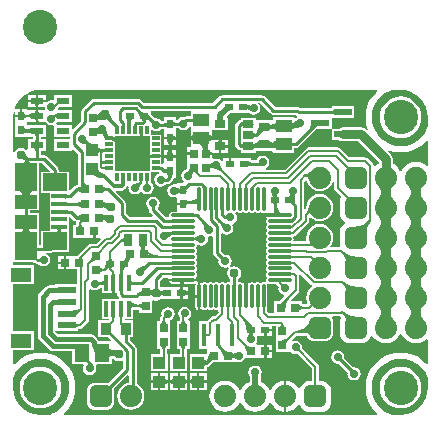
<source format=gtl>
%FSLAX25Y25*%
%MOIN*%
G70*
G01*
G75*
G04 Layer_Physical_Order=1*
G04 Layer_Color=255*
%ADD10C,0.01000*%
%ADD11C,0.00800*%
%ADD12C,0.01200*%
%ADD13C,0.01500*%
%ADD14C,0.03000*%
%ADD15R,0.03150X0.02756*%
%ADD16R,0.02756X0.03150*%
%ADD17R,0.05118X0.05906*%
%ADD18R,0.03937X0.03937*%
%ADD19O,0.01181X0.08268*%
%ADD20O,0.08268X0.01181*%
%ADD21R,0.02362X0.03150*%
%ADD22R,0.05433X0.01772*%
%ADD23R,0.08268X0.05906*%
%ADD24R,0.07480X0.04626*%
%ADD25R,0.07480X0.09350*%
%ADD26R,0.03150X0.02362*%
%ADD27R,0.06102X0.02362*%
%ADD28R,0.07087X0.04724*%
%ADD29R,0.03543X0.03150*%
%ADD30R,0.05512X0.04331*%
%ADD31R,0.03543X0.02559*%
%ADD32R,0.05906X0.02362*%
%ADD33R,0.03543X0.03937*%
%ADD34R,0.01772X0.05512*%
%ADD35R,0.01772X0.05512*%
%ADD36R,0.01772X0.05512*%
%ADD37R,0.02800X0.01375*%
%ADD38R,0.01375X0.02800*%
%ADD39R,0.03150X0.04000*%
%ADD40R,0.01575X0.07677*%
%ADD41R,0.04331X0.02362*%
%ADD42C,0.02000*%
%ADD43C,0.07400*%
G04:AMPARAMS|DCode=44|XSize=74mil|YSize=74mil|CornerRadius=18.5mil|HoleSize=0mil|Usage=FLASHONLY|Rotation=90.000|XOffset=0mil|YOffset=0mil|HoleType=Round|Shape=RoundedRectangle|*
%AMROUNDEDRECTD44*
21,1,0.07400,0.03700,0,0,90.0*
21,1,0.03700,0.07400,0,0,90.0*
1,1,0.03700,0.01850,0.01850*
1,1,0.03700,0.01850,-0.01850*
1,1,0.03700,-0.01850,-0.01850*
1,1,0.03700,-0.01850,0.01850*
%
%ADD44ROUNDEDRECTD44*%
%ADD45C,0.11417*%
G04:AMPARAMS|DCode=46|XSize=74mil|YSize=74mil|CornerRadius=18.5mil|HoleSize=0mil|Usage=FLASHONLY|Rotation=0.000|XOffset=0mil|YOffset=0mil|HoleType=Round|Shape=RoundedRectangle|*
%AMROUNDEDRECTD46*
21,1,0.07400,0.03700,0,0,0.0*
21,1,0.03700,0.07400,0,0,0.0*
1,1,0.03700,0.01850,-0.01850*
1,1,0.03700,-0.01850,-0.01850*
1,1,0.03700,-0.01850,0.01850*
1,1,0.03700,0.01850,0.01850*
%
%ADD46ROUNDEDRECTD46*%
%ADD47C,0.02800*%
%ADD48C,0.03100*%
G36*
X84901Y99071D02*
X85327Y98987D01*
X85709Y99063D01*
X86062Y98709D01*
X86066Y98727D01*
X90643D01*
Y97927D01*
X86066D01*
X86071Y97901D01*
X86312Y97541D01*
Y97144D01*
X86071Y96784D01*
X85987Y96358D01*
X86071Y95933D01*
X86312Y95572D01*
Y95176D01*
X86071Y94815D01*
X85987Y94390D01*
X86071Y93964D01*
X86312Y93604D01*
Y93207D01*
X86071Y92847D01*
X85987Y92421D01*
X86071Y91996D01*
X86312Y91635D01*
Y91239D01*
X86071Y90878D01*
X85987Y90453D01*
X86071Y90027D01*
X86312Y89667D01*
Y89270D01*
X86071Y88910D01*
X85987Y88484D01*
X86071Y88059D01*
X86312Y87698D01*
Y87302D01*
X86071Y86941D01*
X85987Y86516D01*
X86071Y86090D01*
X86312Y85730D01*
Y85333D01*
X86071Y84973D01*
X85987Y84547D01*
X86071Y84122D01*
X86312Y83761D01*
Y83365D01*
X86071Y83004D01*
X85987Y82579D01*
X86071Y82153D01*
X86312Y81793D01*
Y81396D01*
X86071Y81036D01*
X85987Y80610D01*
X86071Y80185D01*
X86312Y79824D01*
Y79428D01*
X86071Y79067D01*
X85987Y78642D01*
X86071Y78216D01*
X86312Y77856D01*
Y77459D01*
X86071Y77099D01*
X85987Y76673D01*
X86063Y76291D01*
X85709Y75937D01*
X85327Y76013D01*
X84901Y75929D01*
X84541Y75688D01*
X84144D01*
X83784Y75929D01*
X83358Y76013D01*
X82933Y75929D01*
X82572Y75688D01*
X82176D01*
X81815Y75929D01*
X81390Y76013D01*
X80964Y75929D01*
X80604Y75688D01*
X80207D01*
X79847Y75929D01*
X79821Y75934D01*
Y71357D01*
X79021D01*
Y75934D01*
X78996Y75929D01*
X78635Y75688D01*
X78239D01*
X77878Y75929D01*
X77453Y76013D01*
X77196Y75962D01*
X76810Y76280D01*
Y77049D01*
X77194Y77306D01*
X77714Y78083D01*
X77896Y79000D01*
X77714Y79917D01*
X77194Y80694D01*
X76417Y81214D01*
X75500Y81396D01*
X74583Y81214D01*
X74509Y81164D01*
X74155Y81518D01*
X74572Y82142D01*
X74743Y83000D01*
X74572Y83858D01*
X74086Y84586D01*
X73358Y85072D01*
X72500Y85243D01*
X72193Y85182D01*
X71026Y86349D01*
Y92143D01*
X71466Y92379D01*
X72142Y91928D01*
X73000Y91757D01*
X73858Y91928D01*
X74586Y92414D01*
X75072Y93142D01*
X75243Y94000D01*
X75072Y94858D01*
X74893Y95127D01*
X75058Y95528D01*
X75786Y96014D01*
X76272Y96742D01*
X76443Y97600D01*
X76272Y98458D01*
X75892Y99028D01*
X75910Y99071D01*
X76270Y99312D01*
X76667D01*
X77027Y99071D01*
X77453Y98987D01*
X77878Y99071D01*
X78239Y99312D01*
X78635D01*
X78996Y99071D01*
X79421Y98987D01*
X79847Y99071D01*
X80207Y99312D01*
X80604D01*
X80964Y99071D01*
X81390Y98987D01*
X81815Y99071D01*
X82176Y99312D01*
X82572D01*
X82933Y99071D01*
X83358Y98987D01*
X83784Y99071D01*
X84144Y99312D01*
X84541D01*
X84901Y99071D01*
D02*
G37*
G36*
X99613Y109748D02*
X99616Y109725D01*
X100069Y108631D01*
X100791Y107691D01*
X101731Y106969D01*
X102825Y106516D01*
X104000Y106361D01*
X105175Y106516D01*
X106269Y106969D01*
X107209Y107691D01*
X107931Y108631D01*
X108286Y109488D01*
X108776Y109391D01*
Y107500D01*
X108870Y107032D01*
X109135Y106635D01*
X111270Y104500D01*
X111224Y104440D01*
X110886Y103625D01*
X110771Y102750D01*
Y99050D01*
X110886Y98176D01*
X111224Y97361D01*
X111761Y96661D01*
X112426Y96150D01*
Y95650D01*
X111761Y95139D01*
X111224Y94440D01*
X110886Y93625D01*
X110771Y92750D01*
Y89050D01*
X110886Y88176D01*
X110895Y88155D01*
X110617Y87739D01*
X107812D01*
X107591Y88188D01*
X107931Y88631D01*
X108384Y89725D01*
X108539Y90900D01*
X108384Y92075D01*
X107931Y93169D01*
X107209Y94109D01*
X106269Y94831D01*
X105175Y95284D01*
X104000Y95439D01*
X102825Y95284D01*
X101731Y94831D01*
X100791Y94109D01*
X100069Y93169D01*
X99616Y92075D01*
X99461Y90900D01*
X99569Y90084D01*
X99239Y89708D01*
X95543D01*
X95226Y90094D01*
X95297Y90453D01*
X95212Y90878D01*
X95108Y91034D01*
X95196Y91198D01*
X95664Y91291D01*
X96061Y91556D01*
X100165Y95660D01*
X100430Y96057D01*
X100523Y96525D01*
Y97330D01*
X100972Y97551D01*
X101731Y96969D01*
X102825Y96516D01*
X104000Y96361D01*
X105175Y96516D01*
X106269Y96969D01*
X107209Y97691D01*
X107931Y98631D01*
X108384Y99725D01*
X108539Y100900D01*
X108384Y102075D01*
X107931Y103169D01*
X107209Y104109D01*
X106269Y104831D01*
X105175Y105284D01*
X104000Y105439D01*
X102825Y105284D01*
X101731Y104831D01*
X100791Y104109D01*
X100069Y103169D01*
X99616Y102075D01*
X99461Y100900D01*
X99482Y100745D01*
X99085Y100440D01*
X98923Y100507D01*
Y109553D01*
X99330Y109844D01*
X99613Y109748D01*
D02*
G37*
G36*
X140072Y123001D02*
Y114895D01*
X139624Y114674D01*
X138622Y115442D01*
X137357Y115966D01*
X136000Y116145D01*
X134643Y115966D01*
X133378Y115442D01*
X132291Y114609D01*
X131458Y113523D01*
X131250Y113021D01*
X130750D01*
X130542Y113523D01*
X129709Y114609D01*
X128622Y115442D01*
X128345Y115557D01*
Y117000D01*
X128167Y117897D01*
X127658Y118658D01*
X126667Y119650D01*
X126945Y120065D01*
X127375Y119887D01*
X129154Y119460D01*
X130979Y119316D01*
X132803Y119460D01*
X134583Y119887D01*
X136274Y120587D01*
X137834Y121544D01*
X139226Y122732D01*
X139603Y123174D01*
X140072Y123001D01*
D02*
G37*
G36*
X14375Y112851D02*
Y112795D01*
X11066D01*
Y105890D01*
X13931D01*
Y103232D01*
Y100673D01*
Y98114D01*
Y95555D01*
Y93110D01*
X11066D01*
Y88359D01*
X10364D01*
Y93209D01*
D01*
Y93209D01*
X10364Y93209D01*
Y93390D01*
X10364D01*
Y99016D01*
X7449D01*
Y99984D01*
X10364D01*
Y105610D01*
D01*
Y105610D01*
X10364Y105610D01*
Y105791D01*
X10364D01*
Y115674D01*
X11551D01*
X14375Y112851D01*
D02*
G37*
G36*
X101105Y75135D02*
Y75135D01*
D01*
Y75135D01*
X101105Y75135D01*
D01*
D01*
X101105D01*
X101105Y75135D01*
Y75135D01*
X101105Y75135D01*
Y75135D01*
X101295Y75008D01*
X101311Y74509D01*
X100791Y74109D01*
X100069Y73169D01*
X99616Y72075D01*
X99461Y70900D01*
X99616Y69725D01*
X99859Y69139D01*
X99581Y68723D01*
X98237D01*
Y69678D01*
X94699D01*
X94508Y70140D01*
X96865Y72497D01*
X97130Y72894D01*
X97224Y73362D01*
X97224Y73362D01*
X97224Y73362D01*
Y73362D01*
Y78000D01*
X97139Y78424D01*
X97580Y78660D01*
X101105Y75135D01*
D02*
G37*
G36*
X87098Y75561D02*
X89477D01*
X89511Y75390D01*
X89777Y74993D01*
X90339Y74430D01*
X90254Y74002D01*
X90425Y73144D01*
X90912Y72416D01*
X91639Y71930D01*
X92119Y71835D01*
X92264Y71356D01*
X90586Y69678D01*
X88763D01*
Y65724D01*
X87107D01*
X86550Y66280D01*
Y71358D01*
X86457Y71826D01*
X86439Y71854D01*
Y74901D01*
X86363Y75284D01*
X86716Y75637D01*
X87098Y75561D01*
D02*
G37*
G36*
X22063Y96563D02*
X22493Y96275D01*
X22951Y96184D01*
X22914Y96000D01*
Y95178D01*
X21763D01*
Y90822D01*
X28462D01*
Y93001D01*
X29262D01*
Y90822D01*
X30814D01*
X31005Y90360D01*
X29505Y88860D01*
X27625D01*
X27157Y88767D01*
X26760Y88502D01*
X23435Y85177D01*
X23170Y84780D01*
X23149Y84678D01*
X19538D01*
Y82499D01*
Y80322D01*
X23076D01*
Y75387D01*
X15759D01*
Y74986D01*
X13906D01*
X13301Y74866D01*
X12788Y74523D01*
X10582Y72317D01*
X10240Y71805D01*
X10120Y71200D01*
Y58047D01*
X10240Y57442D01*
X10582Y56930D01*
X13927Y53585D01*
X14440Y53243D01*
X15045Y53122D01*
X21294D01*
Y48747D01*
X25096D01*
X25332Y48306D01*
X25239Y48168D01*
X25069Y47310D01*
X25239Y46452D01*
X25726Y45724D01*
X26453Y45238D01*
X27312Y45067D01*
X28170Y45238D01*
X28898Y45724D01*
X29384Y46452D01*
X29555Y47310D01*
X29470Y47735D01*
X29474Y47740D01*
X29574Y48247D01*
X29552Y48361D01*
X29869Y48747D01*
X34705D01*
Y50343D01*
X35184Y50488D01*
X35306Y50306D01*
X36083Y49786D01*
X37000Y49604D01*
X37917Y49786D01*
X38084Y49898D01*
X38524Y49662D01*
Y47399D01*
X33553Y42427D01*
X33542Y42432D01*
X32850Y42523D01*
X29150D01*
X28458Y42432D01*
X27814Y42165D01*
X27260Y41740D01*
X26835Y41186D01*
X26568Y40542D01*
X26477Y39850D01*
Y36150D01*
X26568Y35458D01*
X26835Y34814D01*
X27260Y34260D01*
X27814Y33835D01*
X28458Y33568D01*
X29150Y33477D01*
X32850D01*
X33542Y33568D01*
X34186Y33835D01*
X34740Y34260D01*
X35165Y34814D01*
X35432Y35458D01*
X35523Y36150D01*
Y39850D01*
X35432Y40542D01*
X35427Y40553D01*
X39863Y44988D01*
X40325Y44797D01*
Y42450D01*
X39825Y42384D01*
X38731Y41931D01*
X37791Y41209D01*
X37069Y40269D01*
X36616Y39175D01*
X36461Y38000D01*
X36616Y36825D01*
X37069Y35731D01*
X37791Y34791D01*
X38731Y34069D01*
X39825Y33616D01*
X41000Y33461D01*
X42175Y33616D01*
X43269Y34069D01*
X44209Y34791D01*
X44931Y35731D01*
X45384Y36825D01*
X45539Y38000D01*
X45384Y39175D01*
X44931Y40269D01*
X44209Y41209D01*
X43269Y41931D01*
X42976Y42053D01*
Y53926D01*
X42875Y54433D01*
X42587Y54863D01*
X40672Y56779D01*
Y57731D01*
X41918D01*
Y63269D01*
X39003D01*
Y63913D01*
X41724D01*
Y66825D01*
X41814Y66914D01*
X43822D01*
Y65763D01*
X48178D01*
Y69870D01*
X48583Y70086D01*
X49500Y69904D01*
X50417Y70086D01*
X51064Y70519D01*
X57462D01*
Y72499D01*
Y74481D01*
X50826D01*
Y76451D01*
X51793Y77418D01*
X53457D01*
X53774Y77032D01*
X53782Y77073D01*
X62934D01*
X62929Y77099D01*
X62688Y77459D01*
Y77856D01*
X62929Y78216D01*
X63013Y78642D01*
X62929Y79067D01*
X62688Y79428D01*
Y79824D01*
X62929Y80185D01*
X63013Y80610D01*
X62929Y81036D01*
X62688Y81396D01*
Y81793D01*
X62929Y82153D01*
X63013Y82579D01*
X62929Y83004D01*
X62688Y83365D01*
Y83761D01*
X62929Y84122D01*
X63013Y84547D01*
X62929Y84973D01*
X62688Y85333D01*
Y85730D01*
X62929Y86090D01*
X63013Y86516D01*
X62929Y86941D01*
X62688Y87302D01*
Y87698D01*
X62929Y88059D01*
X62987Y88350D01*
X63449Y88541D01*
X63689Y88380D01*
X64547Y88210D01*
X65406Y88380D01*
X66133Y88867D01*
X66620Y89594D01*
X66790Y90453D01*
X66694Y90934D01*
X67000Y91257D01*
X67000D01*
Y91257D01*
D01*
D01*
D01*
X67858Y91428D01*
X67934Y91478D01*
X68375Y91242D01*
Y85800D01*
X68475Y85293D01*
X68763Y84863D01*
X70318Y83307D01*
X70257Y83000D01*
X70428Y82142D01*
X70914Y81414D01*
X71642Y80928D01*
X72500Y80757D01*
X73358Y80928D01*
X73383Y80944D01*
X73736Y80590D01*
X73286Y79917D01*
X73104Y79000D01*
X73286Y78083D01*
X73806Y77306D01*
X74159Y77070D01*
Y76280D01*
X73772Y75962D01*
X73516Y76013D01*
X73090Y75929D01*
X72730Y75688D01*
X72333D01*
X71973Y75929D01*
X71547Y76013D01*
X71122Y75929D01*
X70761Y75688D01*
X70365D01*
X70004Y75929D01*
X69579Y76013D01*
X69153Y75929D01*
X68793Y75688D01*
X68396D01*
X68036Y75929D01*
X67610Y76013D01*
X67185Y75929D01*
X66824Y75688D01*
X66428D01*
X66067Y75929D01*
X65642Y76013D01*
X65216Y75929D01*
X64856Y75688D01*
X64459D01*
X64099Y75929D01*
X64073Y75934D01*
Y71357D01*
Y66782D01*
X64099Y66788D01*
X64459Y67029D01*
X64856D01*
X65216Y66788D01*
X65642Y66703D01*
X66067Y66788D01*
X66428Y67029D01*
X66824D01*
X67185Y66788D01*
X67610Y66703D01*
X68036Y66788D01*
X68396Y67029D01*
X68793D01*
X69153Y66788D01*
X69579Y66703D01*
X69937Y66774D01*
X70257Y66511D01*
X70282Y66012D01*
X69032Y64762D01*
X68716D01*
X68247Y64669D01*
X67851Y64404D01*
X66908Y63461D01*
X66635Y63188D01*
X66602Y63139D01*
X63688D01*
Y53861D01*
X66263D01*
Y53678D01*
X66263D01*
Y51918D01*
X60732D01*
Y46381D01*
X66268D01*
Y47515D01*
X66280Y47532D01*
X66319Y47728D01*
X66834Y47831D01*
X67297Y48140D01*
X68479Y49322D01*
X72451D01*
X72500Y49312D01*
X72549Y49322D01*
X75737D01*
X75737Y49322D01*
Y49322D01*
X76050Y49489D01*
X76142Y49428D01*
X77000Y49257D01*
X77858Y49428D01*
X78586Y49914D01*
X79072Y50642D01*
X79108Y50822D01*
X85462D01*
Y52999D01*
Y55178D01*
X82959D01*
X82723Y55619D01*
X83072Y56142D01*
X83243Y57000D01*
X83072Y57858D01*
X83158Y58019D01*
X85462D01*
Y60001D01*
X85861D01*
Y60400D01*
X88237D01*
Y61277D01*
X89322D01*
Y57487D01*
Y52763D01*
X93678D01*
Y52911D01*
X94156Y53056D01*
X94414Y52671D01*
X95142Y52185D01*
X96000Y52014D01*
X96428Y52099D01*
X101277Y47250D01*
Y43229D01*
X100650D01*
X99775Y43114D01*
X98961Y42776D01*
X98261Y42239D01*
X97724Y41539D01*
X97430Y40829D01*
X97011Y40774D01*
X96916Y40786D01*
X96209Y41709D01*
X95122Y42542D01*
X93858Y43066D01*
X92900Y43192D01*
Y37999D01*
Y32808D01*
X93858Y32934D01*
X95122Y33458D01*
X96209Y34291D01*
X96916Y35214D01*
X97011Y35226D01*
X97430Y35171D01*
X97724Y34460D01*
X98261Y33761D01*
X98961Y33224D01*
X99775Y32886D01*
X100650Y32771D01*
X104350D01*
X105225Y32886D01*
X106040Y33224D01*
X106739Y33761D01*
X107276Y34460D01*
X107614Y35276D01*
X107729Y36150D01*
Y39850D01*
X107614Y40725D01*
X107276Y41539D01*
X106739Y42239D01*
X106040Y42776D01*
X105225Y43114D01*
X104350Y43229D01*
X103724D01*
Y47757D01*
X103630Y48225D01*
X103365Y48622D01*
X98158Y53829D01*
X98243Y54257D01*
X98072Y55115D01*
X97586Y55843D01*
X96858Y56329D01*
X96000Y56500D01*
X95142Y56329D01*
X95093Y56297D01*
X94776Y56683D01*
X96169Y58077D01*
X99685D01*
X99835Y57714D01*
X100260Y57160D01*
X100814Y56735D01*
X101458Y56468D01*
X102150Y56377D01*
X105850D01*
X106542Y56468D01*
X107186Y56735D01*
X107740Y57160D01*
X108165Y57714D01*
X108432Y58358D01*
X108523Y59050D01*
Y62750D01*
X108432Y63442D01*
X108165Y64086D01*
X108099Y64172D01*
X108320Y64621D01*
X110849D01*
X111127Y64205D01*
X110886Y63625D01*
X110771Y62750D01*
Y59050D01*
X110886Y58176D01*
X111224Y57361D01*
X111761Y56661D01*
X112461Y56124D01*
X113276Y55786D01*
X114150Y55671D01*
X117850D01*
X118725Y55786D01*
X119540Y56124D01*
X120239Y56661D01*
X120776Y57361D01*
X121071Y58071D01*
X121489Y58126D01*
X121584Y58114D01*
X122292Y57191D01*
X123378Y56358D01*
X124643Y55834D01*
X126000Y55655D01*
X127358Y55834D01*
X128623Y56358D01*
X129709Y57191D01*
X130542Y58278D01*
X130750Y58779D01*
X131250D01*
X131458Y58278D01*
X132291Y57191D01*
X133378Y56358D01*
X134643Y55834D01*
X136000Y55655D01*
X137358Y55834D01*
X138623Y56358D01*
X139624Y57126D01*
X140072Y56905D01*
Y48878D01*
X139603Y48705D01*
X139226Y49147D01*
X137834Y50335D01*
X136274Y51292D01*
X134583Y51992D01*
X132803Y52419D01*
X130979Y52563D01*
X129154Y52419D01*
X127375Y51992D01*
X125684Y51292D01*
X124124Y50335D01*
X122732Y49147D01*
X121544Y47755D01*
X120587Y46195D01*
X119887Y44504D01*
X119460Y42724D01*
X119316Y40900D01*
X119460Y39076D01*
X119887Y37296D01*
X120587Y35605D01*
X121544Y34045D01*
X122732Y32653D01*
X123174Y32276D01*
X123001Y31807D01*
X18878D01*
X18705Y32276D01*
X19147Y32653D01*
X20335Y34045D01*
X21292Y35605D01*
X21992Y37296D01*
X22419Y39076D01*
X22563Y40900D01*
X22419Y42725D01*
X21992Y44504D01*
X21292Y46195D01*
X20335Y47755D01*
X19147Y49147D01*
X17755Y50336D01*
X16195Y51292D01*
X14504Y51992D01*
X12725Y52419D01*
X10900Y52563D01*
X9076Y52419D01*
X7296Y51992D01*
X5605Y51292D01*
X4045Y50336D01*
X2653Y49147D01*
X2276Y48705D01*
X1807Y48878D01*
Y53314D01*
X8796D01*
Y59639D01*
X1807D01*
Y75361D01*
X8796D01*
Y81686D01*
X1807D01*
Y82858D01*
X1884D01*
Y82858D01*
X8522D01*
X8720Y82563D01*
X9150Y82275D01*
X9657Y82174D01*
X10240D01*
X10414Y81914D01*
X11142Y81428D01*
X12000Y81257D01*
X12858Y81428D01*
X13586Y81914D01*
X14072Y82642D01*
X14243Y83500D01*
X14072Y84358D01*
X13586Y85086D01*
X12873Y85563D01*
X12873Y85563D01*
X12873D01*
X12858Y85572D01*
Y85572D01*
X12872Y85708D01*
X14076D01*
X14583Y85809D01*
X15013Y86096D01*
X15122Y86205D01*
X20334D01*
Y92996D01*
X20364D01*
Y95555D01*
Y97609D01*
X20826Y97800D01*
X22063Y96563D01*
D02*
G37*
G36*
X35621Y72575D02*
X36454D01*
Y72220D01*
X36555Y71713D01*
X36842Y71283D01*
X36842Y71283D01*
X36842Y71283D01*
X37238Y70887D01*
X37047Y70425D01*
X31276D01*
Y63913D01*
X33683D01*
X33778Y63684D01*
X33500Y63269D01*
X30082D01*
Y57731D01*
X33424D01*
X34441Y56715D01*
X34250Y56253D01*
X30312D01*
X30223Y56700D01*
X29880Y57212D01*
X28972Y58120D01*
X28459Y58463D01*
X27855Y58583D01*
X16652D01*
X15759Y59476D01*
Y59613D01*
X15759Y59613D01*
X23461D01*
Y60371D01*
X23994D01*
X24463Y60464D01*
X24859Y60729D01*
X26765Y62635D01*
X26924Y62873D01*
X27030Y63032D01*
X27123Y63500D01*
Y73578D01*
X27564Y73813D01*
X28142Y73428D01*
X29000Y73257D01*
X29858Y73428D01*
X30586Y73914D01*
X30797Y74230D01*
X31276Y74085D01*
Y72575D01*
X34047D01*
Y72575D01*
X34821D01*
Y75832D01*
X35621D01*
Y72575D01*
D02*
G37*
G36*
X132857Y50345D02*
X134664Y49797D01*
X136329Y48907D01*
X137788Y47709D01*
X138985Y46250D01*
X139875Y44585D01*
X140072Y43936D01*
Y40900D01*
Y40900D01*
X140072Y40900D01*
X140072D01*
X140091Y40809D01*
X139924Y39121D01*
X139405Y37410D01*
X138562Y35833D01*
X137428Y34451D01*
X136046Y33316D01*
X134469Y32474D01*
X132758Y31955D01*
X131071Y31789D01*
X130979Y31807D01*
X127943D01*
X127294Y32004D01*
X125629Y32893D01*
X124170Y34091D01*
X122972Y35550D01*
X122082Y37215D01*
X121534Y39022D01*
X121349Y40900D01*
X121534Y42779D01*
X122082Y44585D01*
X122972Y46250D01*
X124170Y47709D01*
X125629Y48907D01*
X127294Y49797D01*
X129100Y50345D01*
X130979Y50529D01*
X132857Y50345D01*
D02*
G37*
G36*
X87563Y132281D02*
X87563D01*
X87563Y132281D01*
X87563D01*
X87563Y132281D01*
Y132281D01*
X87563Y132281D01*
Y132281D01*
X87993Y131994D01*
X88500Y131893D01*
X95951D01*
X96041Y131803D01*
X96471Y131516D01*
X96473Y131515D01*
X96570Y131025D01*
X95997Y130642D01*
X95556Y130877D01*
Y130918D01*
X88444D01*
Y130131D01*
X88072D01*
Y130131D01*
X82928D01*
D01*
X82928D01*
X82796Y130263D01*
Y130820D01*
X77653D01*
Y130048D01*
X77233Y129965D01*
X76803Y129677D01*
X76063Y128937D01*
X75775Y128507D01*
X75674Y128000D01*
Y122000D01*
X75775Y121493D01*
X76063Y121063D01*
X76063Y121063D01*
X76063Y121063D01*
X76803Y120323D01*
X76803Y120323D01*
X76803D01*
X76803Y120323D01*
X76803D01*
X76803Y120323D01*
Y120323D01*
Y120323D01*
D01*
D01*
X76803D01*
Y120323D01*
X77233Y120035D01*
X77653Y119952D01*
Y119180D01*
X82796D01*
Y119869D01*
X82928D01*
Y119869D01*
X88072D01*
Y119869D01*
X88090D01*
X88444Y119516D01*
Y119082D01*
X95556D01*
Y120722D01*
X96047D01*
X96554Y120823D01*
X96984Y121110D01*
X102893Y127019D01*
X107987D01*
Y123279D01*
X110565D01*
X110843Y123093D01*
X111740Y122915D01*
X116769D01*
X123655Y116029D01*
Y115557D01*
X123378Y115442D01*
X122522Y114786D01*
X122054Y114962D01*
X122030Y115082D01*
X121765Y115479D01*
X119978Y117265D01*
X119582Y117531D01*
X119113Y117624D01*
X113870D01*
X110928Y120565D01*
X110531Y120830D01*
X110063Y120923D01*
X100174D01*
X99706Y120830D01*
X99309Y120565D01*
X92268Y113523D01*
X86115D01*
X85970Y114002D01*
X86586Y114414D01*
X87072Y115142D01*
X87243Y116000D01*
X87072Y116858D01*
X86586Y117586D01*
X85858Y118072D01*
X85000Y118243D01*
X84142Y118072D01*
X83414Y117586D01*
X82928Y116858D01*
X82921Y116825D01*
X81237D01*
Y117481D01*
X74538D01*
Y115499D01*
X73738D01*
Y117481D01*
X71763D01*
Y116434D01*
X71285Y116289D01*
X71086Y116586D01*
X70358Y117072D01*
X69500Y117243D01*
X68642Y117072D01*
X68619Y117057D01*
X68178Y117293D01*
Y118462D01*
X65999D01*
Y119262D01*
X68178D01*
Y119180D01*
X68204D01*
X68532Y119180D01*
X68532Y119180D01*
Y119180D01*
X70376D01*
Y121259D01*
Y123339D01*
X68410D01*
X68410Y123339D01*
Y123339D01*
X68204Y123339D01*
X68056Y123487D01*
Y123647D01*
X60944D01*
Y121237D01*
X59822D01*
Y119262D01*
X62001D01*
Y118462D01*
X59822D01*
Y116487D01*
Y114367D01*
X59777Y114138D01*
X59822Y113909D01*
Y113708D01*
X59142Y113572D01*
X58414Y113086D01*
X57928Y112358D01*
X57757Y111500D01*
X57928Y110642D01*
X58414Y109914D01*
X58711Y109715D01*
X58566Y109237D01*
X56519D01*
Y108934D01*
X56132Y108617D01*
X55500Y108743D01*
X54642Y108572D01*
X53914Y108086D01*
X53428Y107358D01*
X53257Y106500D01*
X53428Y105642D01*
X53914Y104914D01*
X54642Y104428D01*
X55500Y104257D01*
X56132Y104383D01*
X56519Y104066D01*
Y102538D01*
X58501D01*
Y101738D01*
X56519D01*
Y99763D01*
D01*
Y99763D01*
X56195Y99439D01*
X54815D01*
X54389Y99354D01*
X54029Y99113D01*
X53788Y98752D01*
X53703Y98327D01*
X53754Y98070D01*
X53437Y97684D01*
X52641D01*
X50020Y100304D01*
X50057Y100677D01*
X50543Y101404D01*
X50714Y102263D01*
X50543Y103121D01*
X50057Y103849D01*
X49329Y104335D01*
X48471Y104506D01*
X47612Y104335D01*
X46885Y103849D01*
X46398Y103121D01*
X46227Y102263D01*
X46398Y101404D01*
X46885Y100677D01*
X47145Y100503D01*
Y99979D01*
X47246Y99472D01*
X47533Y99042D01*
X48288Y98287D01*
X48096Y97825D01*
X40549D01*
X39325Y99049D01*
Y102300D01*
X39325Y102300D01*
X39325Y102300D01*
Y102300D01*
X39325D01*
X39325Y102300D01*
X39225Y102808D01*
X38937Y103238D01*
X36064Y106111D01*
X36256Y106573D01*
X38000D01*
X38000Y106573D01*
X38546Y106681D01*
X39009Y106991D01*
X39557Y107538D01*
X39557Y107538D01*
X39853Y107981D01*
X40314Y107790D01*
X40257Y107500D01*
X40428Y106642D01*
X40914Y105914D01*
X41642Y105428D01*
X42500Y105257D01*
X43358Y105428D01*
X44086Y105914D01*
X44250Y106159D01*
X44750D01*
X44914Y105914D01*
X45642Y105428D01*
X46500Y105257D01*
X47358Y105428D01*
X48086Y105914D01*
X48572Y106642D01*
X48743Y107500D01*
X48572Y108358D01*
X48086Y109086D01*
X47645Y109381D01*
Y111224D01*
X47609Y111405D01*
Y112891D01*
X48713D01*
X48768Y112854D01*
X49276Y112753D01*
X50322D01*
X50371Y112256D01*
X50142Y112210D01*
X49414Y111724D01*
X48928Y110996D01*
X48757Y110138D01*
X48928Y109279D01*
X49414Y108552D01*
X50142Y108065D01*
X51000Y107895D01*
X51858Y108065D01*
X52586Y108552D01*
X52760Y108812D01*
X53138D01*
X53645Y108913D01*
X54075Y109201D01*
X54937Y110063D01*
X55225Y110493D01*
X55278Y110763D01*
X55981D01*
Y115487D01*
Y117462D01*
X52019D01*
Y115919D01*
X51654Y115373D01*
X51176Y115518D01*
Y116828D01*
Y117616D01*
X47376D01*
Y116828D01*
Y114860D01*
Y113124D01*
X35624D01*
Y114860D01*
Y116828D01*
Y118797D01*
Y120765D01*
Y122734D01*
Y123521D01*
X33723D01*
Y124321D01*
X35624D01*
Y124876D01*
X44053D01*
Y126777D01*
X44853D01*
Y124876D01*
X47376D01*
Y122734D01*
Y120765D01*
Y118797D01*
Y118416D01*
X51176D01*
Y118797D01*
Y120765D01*
Y122734D01*
Y125109D01*
X47609D01*
Y126587D01*
X48050Y126823D01*
X48642Y126428D01*
X49500Y126257D01*
X50358Y126428D01*
X51086Y126914D01*
X51260Y127174D01*
X52019D01*
Y126487D01*
Y124538D01*
X55981D01*
Y126487D01*
Y127537D01*
X56740D01*
X56914Y127276D01*
X57642Y126790D01*
X58500Y126619D01*
X59358Y126790D01*
X60086Y127276D01*
X60466Y127844D01*
X60944Y127699D01*
Y126987D01*
Y124447D01*
X68056D01*
Y126661D01*
X68204D01*
Y126661D01*
X73347D01*
Y130820D01*
X73206D01*
X73015Y131282D01*
X74252Y132519D01*
X80344D01*
X80414Y132414D01*
X81142Y131928D01*
X82000Y131757D01*
X82858Y131928D01*
X83586Y132414D01*
X84072Y133142D01*
X84243Y134000D01*
X84072Y134858D01*
X83586Y135586D01*
X83607Y135656D01*
X84188D01*
X87563Y132281D01*
D02*
G37*
G36*
X10900Y140072D02*
X10900D01*
Y140072D01*
X10900Y140072D01*
X123001D01*
X123174Y139603D01*
X122732Y139226D01*
X121544Y137834D01*
X120587Y136274D01*
X119887Y134583D01*
X119460Y132803D01*
X119316Y130979D01*
X119460Y129154D01*
X119887Y127375D01*
X120065Y126945D01*
X119650Y126667D01*
X119398Y126918D01*
X118638Y127426D01*
X117740Y127605D01*
X111740D01*
X110843Y127426D01*
X110565Y127241D01*
X108013D01*
Y130759D01*
X115493D01*
Y134721D01*
X107987D01*
Y134066D01*
X97527D01*
X97437Y134155D01*
X97007Y134443D01*
X96500Y134544D01*
X89049D01*
X85674Y137918D01*
X85244Y138206D01*
X84737Y138307D01*
X71525D01*
X71525Y138307D01*
X71017Y138206D01*
X70587Y137918D01*
X68494Y135826D01*
X45327D01*
X44434Y136718D01*
X44004Y137006D01*
X43497Y137107D01*
X28628D01*
X28120Y137006D01*
X27690Y136718D01*
X24885Y133913D01*
X24598Y133483D01*
X24497Y132975D01*
Y129871D01*
X21758Y127132D01*
X21296Y127324D01*
Y128521D01*
X16354D01*
X16118Y128961D01*
X16464Y129480D01*
X21296D01*
Y133442D01*
X16927D01*
X16722Y133691D01*
X16634Y133904D01*
X17131Y134401D01*
X21296D01*
Y138363D01*
X15365D01*
Y136965D01*
X14979Y136648D01*
X14500Y136743D01*
X13642Y136572D01*
X13076Y136194D01*
X12635Y136430D01*
Y135982D01*
X10069D01*
Y134401D01*
X12277D01*
X12391Y133828D01*
X12073Y133442D01*
X10069D01*
Y131460D01*
Y129480D01*
X12536D01*
X12914Y128914D01*
X13642Y128428D01*
X14500Y128257D01*
X14979Y128352D01*
X15365Y128035D01*
Y124558D01*
X20674D01*
Y123599D01*
X15365D01*
Y119637D01*
X21296D01*
Y120176D01*
X21758Y120368D01*
X23406Y118719D01*
Y109178D01*
X23263D01*
Y108326D01*
X23000D01*
X22493Y108225D01*
X22063Y107937D01*
X20796Y106670D01*
X20334Y106862D01*
Y112795D01*
X17026D01*
Y113400D01*
X16925Y113908D01*
X16637Y114338D01*
X13038Y117937D01*
X12608Y118225D01*
X12100Y118325D01*
X10995D01*
Y119637D01*
X12635D01*
Y123599D01*
X10995D01*
Y124558D01*
X12635D01*
Y128521D01*
X6704D01*
D01*
X6704D01*
X6481Y128743D01*
Y128987D01*
Y129480D01*
X6704D01*
Y129480D01*
X9269D01*
Y131460D01*
Y133442D01*
X6704D01*
D01*
X6704D01*
X6481Y133665D01*
Y133737D01*
X4900D01*
Y131361D01*
X4501D01*
Y130962D01*
X2519D01*
Y128987D01*
Y124263D01*
X6481D01*
Y124558D01*
X6704D01*
Y124558D01*
X8344D01*
Y123599D01*
X6704D01*
Y120293D01*
X6225Y120148D01*
X6194Y120194D01*
X5417Y120714D01*
X4500Y120896D01*
X3583Y120714D01*
X2806Y120194D01*
X2286Y119417D01*
X1807Y119512D01*
Y130979D01*
X1788Y131071D01*
X1942Y132634D01*
X2337Y132941D01*
X2519Y132914D01*
Y131762D01*
X4100D01*
Y133737D01*
X2671D01*
X2373Y134139D01*
X2474Y134469D01*
X3317Y136046D01*
X4451Y137428D01*
X5833Y138562D01*
X7410Y139405D01*
X9121Y139924D01*
X10809Y140091D01*
X10900Y140072D01*
D02*
G37*
G36*
X60944Y132918D02*
X60944D01*
Y131278D01*
X59591D01*
X59083Y131177D01*
X58866Y131032D01*
X58500Y131105D01*
X57642Y130935D01*
X56914Y130448D01*
X56740Y130188D01*
X55981D01*
Y131237D01*
X52019D01*
Y129825D01*
X51260D01*
X51086Y130086D01*
X50358Y130572D01*
X49500Y130743D01*
X49193Y130682D01*
X47737Y132138D01*
Y133175D01*
X60944D01*
Y132918D01*
D02*
G37*
G36*
X12779Y50345D02*
X14585Y49797D01*
X16250Y48907D01*
X17709Y47709D01*
X18907Y46250D01*
X19797Y44585D01*
X20345Y42779D01*
X20530Y40900D01*
X20345Y39022D01*
X19797Y37215D01*
X18907Y35550D01*
X17709Y34091D01*
X16250Y32894D01*
X14585Y32004D01*
X13936Y31807D01*
X10900D01*
X10808Y31789D01*
X9121Y31955D01*
X7410Y32474D01*
X5833Y33316D01*
X4451Y34451D01*
X3317Y35833D01*
X2474Y37410D01*
X1955Y39121D01*
X1788Y40808D01*
X1807Y40900D01*
Y43935D01*
X2004Y44585D01*
X2894Y46250D01*
X4091Y47709D01*
X5550Y48907D01*
X7215Y49797D01*
X9022Y50345D01*
X10900Y50530D01*
X12779Y50345D01*
D02*
G37*
G36*
X132758Y139924D02*
X134469Y139405D01*
X136046Y138562D01*
X137428Y137428D01*
X138562Y136046D01*
X139405Y134469D01*
X139924Y132758D01*
X140091Y131070D01*
X140072Y130979D01*
X140072D01*
X140072Y130979D01*
Y127943D01*
X139875Y127294D01*
X138986Y125629D01*
X137788Y124170D01*
X136329Y122972D01*
X134664Y122082D01*
X132858Y121535D01*
X130979Y121350D01*
X129100Y121535D01*
X127294Y122082D01*
X125629Y122972D01*
X124170Y124170D01*
X122972Y125629D01*
X122082Y127294D01*
X121535Y129100D01*
X121350Y130979D01*
X121535Y132858D01*
X122082Y134664D01*
X122972Y136329D01*
X124170Y137788D01*
X125629Y138986D01*
X127294Y139875D01*
X127943Y140072D01*
X130979D01*
X130979Y140072D01*
Y140072D01*
X131070Y140091D01*
X132758Y139924D01*
D02*
G37*
%LPC*%
G36*
X50100Y45619D02*
X47732D01*
Y43250D01*
X50100D01*
Y45619D01*
D02*
G37*
G36*
X53268D02*
X50900D01*
Y43250D01*
X53268D01*
Y45619D01*
D02*
G37*
G36*
X53500Y67743D02*
X52642Y67572D01*
X51914Y67086D01*
X51428Y66358D01*
X51257Y65500D01*
X51342Y65072D01*
X51135Y64865D01*
X50870Y64468D01*
X50776Y64000D01*
Y63237D01*
X49822D01*
Y58487D01*
Y53763D01*
X50776D01*
Y51918D01*
X47732D01*
Y46381D01*
X53268D01*
Y51918D01*
X53224D01*
Y53763D01*
X54178D01*
Y58487D01*
Y63237D01*
X54178D01*
Y63392D01*
X54358Y63428D01*
X55086Y63914D01*
X55572Y64642D01*
X55743Y65500D01*
X55572Y66358D01*
X55086Y67086D01*
X54358Y67572D01*
X53500Y67743D01*
D02*
G37*
G36*
X59000Y67843D02*
X58142Y67672D01*
X57414Y67186D01*
X56928Y66458D01*
X56757Y65600D01*
X56928Y64742D01*
X57276Y64219D01*
Y63237D01*
X56322D01*
Y58487D01*
Y53763D01*
X57276D01*
Y51918D01*
X54232D01*
Y46381D01*
X59768D01*
Y51918D01*
X59724D01*
Y53763D01*
X60678D01*
Y58487D01*
Y63237D01*
X60285D01*
X60140Y63715D01*
X60586Y64014D01*
X61072Y64742D01*
X61243Y65600D01*
X61072Y66458D01*
X60586Y67186D01*
X59858Y67672D01*
X59000Y67843D01*
D02*
G37*
G36*
X110000Y53325D02*
X109493Y53225D01*
X109317Y53107D01*
X109142Y53072D01*
X108414Y52586D01*
X107928Y51858D01*
X107757Y51000D01*
X107928Y50142D01*
X108414Y49414D01*
X109142Y48928D01*
X110000Y48757D01*
X110307Y48818D01*
X113318Y45807D01*
X113257Y45500D01*
X113428Y44642D01*
X113914Y43914D01*
X114642Y43428D01*
X115500Y43257D01*
X116358Y43428D01*
X117086Y43914D01*
X117572Y44642D01*
X117743Y45500D01*
X117572Y46358D01*
X117086Y47086D01*
X116358Y47572D01*
X115500Y47743D01*
X115193Y47682D01*
X112182Y50693D01*
X112243Y51000D01*
X112072Y51858D01*
X111586Y52586D01*
X110858Y53072D01*
X110683Y53107D01*
X110507Y53225D01*
X110000Y53325D01*
D02*
G37*
G36*
X56600Y45619D02*
X54232D01*
Y43250D01*
X56600D01*
Y45619D01*
D02*
G37*
G36*
X59768D02*
X57400D01*
Y43250D01*
X59768D01*
Y45619D01*
D02*
G37*
G36*
X66268Y45619D02*
X63900D01*
Y43250D01*
X66268D01*
Y45619D01*
D02*
G37*
G36*
X10900Y47836D02*
X9547Y47703D01*
X8246Y47308D01*
X7047Y46667D01*
X5996Y45805D01*
X5133Y44754D01*
X4492Y43554D01*
X4098Y42253D01*
X3965Y40900D01*
X4098Y39547D01*
X4492Y38246D01*
X5133Y37047D01*
X5996Y35996D01*
X7047Y35133D01*
X8246Y34492D01*
X9547Y34098D01*
X10900Y33964D01*
X12253Y34098D01*
X13554Y34492D01*
X14753Y35133D01*
X15805Y35996D01*
X16667Y37047D01*
X17308Y38246D01*
X17703Y39547D01*
X17836Y40900D01*
X17703Y42253D01*
X17308Y43554D01*
X16667Y44754D01*
X15805Y45805D01*
X14753Y46667D01*
X13554Y47308D01*
X12253Y47703D01*
X10900Y47836D01*
D02*
G37*
G36*
X53268Y42450D02*
X50900D01*
Y40082D01*
X53268D01*
Y42450D01*
D02*
G37*
G36*
X50100D02*
X47732D01*
Y40082D01*
X50100D01*
Y42450D01*
D02*
G37*
G36*
X63100Y42450D02*
X60732D01*
Y40082D01*
X63100D01*
Y42450D01*
D02*
G37*
G36*
X66268D02*
X63900D01*
Y40082D01*
X66268D01*
Y42450D01*
D02*
G37*
G36*
X130979Y47836D02*
X129626Y47703D01*
X128325Y47308D01*
X127126Y46667D01*
X126075Y45804D01*
X125212Y44753D01*
X124571Y43554D01*
X124176Y42253D01*
X124043Y40900D01*
X124176Y39547D01*
X124571Y38246D01*
X125212Y37047D01*
X126075Y35996D01*
X127126Y35133D01*
X128325Y34492D01*
X129626Y34098D01*
X130979Y33964D01*
X132332Y34098D01*
X133633Y34492D01*
X134832Y35133D01*
X135883Y35996D01*
X136746Y37047D01*
X137387Y38246D01*
X137781Y39547D01*
X137915Y40900D01*
X137781Y42253D01*
X137387Y43554D01*
X136746Y44753D01*
X135883Y45804D01*
X134832Y46667D01*
X133633Y47308D01*
X132332Y47703D01*
X130979Y47836D01*
D02*
G37*
G36*
X63100Y45619D02*
X60732D01*
Y43250D01*
X63100D01*
Y45619D01*
D02*
G37*
G36*
X82500Y48243D02*
X81642Y48072D01*
X80914Y47586D01*
X80428Y46858D01*
X80257Y46000D01*
X80428Y45142D01*
X80665Y44787D01*
Y42868D01*
X79878Y42542D01*
X78791Y41709D01*
X77958Y40622D01*
X77750Y40121D01*
X77250D01*
X77042Y40622D01*
X76209Y41709D01*
X75122Y42542D01*
X73857Y43066D01*
X72500Y43245D01*
X71143Y43066D01*
X69878Y42542D01*
X68791Y41709D01*
X67958Y40622D01*
X67434Y39358D01*
X67255Y38000D01*
X67434Y36643D01*
X67958Y35378D01*
X68791Y34291D01*
X69878Y33458D01*
X71143Y32934D01*
X72500Y32755D01*
X73857Y32934D01*
X75122Y33458D01*
X76209Y34291D01*
X77042Y35378D01*
X77250Y35879D01*
X77750D01*
X77958Y35378D01*
X78791Y34291D01*
X79878Y33458D01*
X81142Y32934D01*
X82500Y32755D01*
X83858Y32934D01*
X85122Y33458D01*
X86209Y34291D01*
X87042Y35378D01*
X87250Y35879D01*
X87750D01*
X87958Y35378D01*
X88791Y34291D01*
X89878Y33458D01*
X91142Y32934D01*
X92100Y32808D01*
Y37999D01*
Y43192D01*
X91142Y43066D01*
X89878Y42542D01*
X88791Y41709D01*
X87958Y40622D01*
X87750Y40121D01*
X87250D01*
X87042Y40622D01*
X86209Y41709D01*
X85122Y42542D01*
X84335Y42868D01*
Y44787D01*
X84572Y45142D01*
X84743Y46000D01*
X84572Y46858D01*
X84086Y47586D01*
X83358Y48072D01*
X82500Y48243D01*
D02*
G37*
G36*
X56600Y42450D02*
X54232D01*
Y40082D01*
X56600D01*
Y42450D01*
D02*
G37*
G36*
X59768D02*
X57400D01*
Y40082D01*
X59768D01*
Y42450D01*
D02*
G37*
G36*
X73347Y123339D02*
X71176D01*
Y121660D01*
X73347D01*
Y123339D01*
D02*
G37*
G36*
X53600Y123738D02*
X52019D01*
Y121763D01*
X53600D01*
Y123738D01*
D02*
G37*
G36*
X73347Y120860D02*
X71176D01*
Y119180D01*
X73347D01*
Y120860D01*
D02*
G37*
G36*
X53600Y120237D02*
X52019D01*
Y118262D01*
X53600D01*
Y120237D01*
D02*
G37*
G36*
X55981D02*
X54400D01*
Y118262D01*
X55981D01*
Y120237D01*
D02*
G37*
G36*
X9269Y138363D02*
X6704D01*
Y136782D01*
X9269D01*
Y138363D01*
D02*
G37*
G36*
X12635D02*
X10069D01*
Y136782D01*
X12635D01*
Y138363D01*
D02*
G37*
G36*
X9269Y135982D02*
X6704D01*
Y134401D01*
X9269D01*
Y135982D01*
D02*
G37*
G36*
X55981Y123738D02*
X54400D01*
Y121763D01*
X55981D01*
Y123738D01*
D02*
G37*
G36*
X130979Y137915D02*
X129626Y137781D01*
X128325Y137387D01*
X127126Y136746D01*
X126075Y135883D01*
X125212Y134832D01*
X124571Y133633D01*
X124176Y132332D01*
X124043Y130979D01*
X124176Y129626D01*
X124571Y128325D01*
X125212Y127126D01*
X126075Y126075D01*
X127126Y125212D01*
X128325Y124571D01*
X129626Y124176D01*
X130979Y124043D01*
X132332Y124176D01*
X133633Y124571D01*
X134832Y125212D01*
X135883Y126075D01*
X136746Y127126D01*
X137387Y128325D01*
X137781Y129626D01*
X137915Y130979D01*
X137781Y132332D01*
X137387Y133633D01*
X136746Y134832D01*
X135883Y135883D01*
X134832Y136746D01*
X133633Y137387D01*
X132332Y137781D01*
X130979Y137915D01*
D02*
G37*
G36*
X63273Y70958D02*
X62561D01*
Y67815D01*
X62646Y67389D01*
X62887Y67029D01*
X63248Y66788D01*
X63273Y66782D01*
Y70958D01*
D02*
G37*
G36*
X60237Y72100D02*
X58262D01*
Y70519D01*
X60237D01*
Y72100D01*
D02*
G37*
G36*
X88237Y59600D02*
X86262D01*
Y58019D01*
X88237D01*
Y59600D01*
D02*
G37*
G36*
X88237Y52600D02*
X86262D01*
Y50822D01*
X88237D01*
Y52600D01*
D02*
G37*
G36*
Y55178D02*
X86262D01*
Y53400D01*
X88237D01*
Y55178D01*
D02*
G37*
G36*
X18738Y82100D02*
X16763D01*
Y80322D01*
X18738D01*
Y82100D01*
D02*
G37*
G36*
Y84678D02*
X16763D01*
Y82900D01*
X18738D01*
Y84678D01*
D02*
G37*
G36*
X57958Y76273D02*
X53782D01*
X53788Y76248D01*
X54029Y75887D01*
X54389Y75646D01*
X54815Y75561D01*
X57958D01*
Y76273D01*
D02*
G37*
G36*
X62938Y76291D02*
X62934Y76273D01*
X58758D01*
Y75561D01*
X61901D01*
X62284Y75637D01*
X62637Y75284D01*
X62561Y74901D01*
Y71758D01*
X63273D01*
Y75934D01*
X63291Y75938D01*
X62938Y76291D01*
D02*
G37*
G36*
X60237Y74481D02*
X58262D01*
Y72900D01*
X60237D01*
Y74481D01*
D02*
G37*
%LPD*%
D10*
X30202Y126138D02*
G03*
X31587Y126951I0J1585D01*
G01*
X28500Y126138D02*
G03*
X30714Y127438I0J2534D01*
G01*
X32395Y126904D02*
G03*
X33297Y124348I3123J-335D01*
G01*
X81364Y133364D02*
G03*
X78620Y134500I-2743J-2743D01*
G01*
X27864Y63636D02*
G03*
X29000Y66380I-2743J2743D01*
G01*
X29636Y70864D02*
G03*
X29000Y69327I1536J-1536D01*
G01*
D02*
G03*
X28364Y70864I-2173J0D01*
G01*
X29636Y72136D02*
G03*
X31173Y71500I1536J1536D01*
G01*
D02*
G03*
X29636Y70864I0J-2173D01*
G01*
X70776Y124138D02*
G03*
X72070Y125203I0J1319D01*
G01*
X30328Y130862D02*
G03*
X32458Y132027I0J2529D01*
G01*
X28500Y130862D02*
G03*
X31616Y132566I0J3700D01*
G01*
X33550Y132000D02*
G03*
X34466Y129789I3127J0D01*
G01*
X33874Y130381D02*
G03*
X32500Y130950I-1374J-1374D01*
G01*
X5550Y118500D02*
G03*
X5939Y117561I1328J0D01*
G01*
X6750Y116750D02*
G03*
X4642Y117460I-1769J-1769D01*
G01*
X52775Y72862D02*
G03*
X50332Y71660I0J-3083D01*
G01*
X48702Y71618D02*
G03*
X46000Y72862I-2702J-2311D01*
G01*
X44000Y80400D02*
G03*
X45536Y81036I0J2173D01*
G01*
X45536Y81036D02*
G03*
X44900Y79500I1536J-1536D01*
G01*
X67100Y93500D02*
G03*
X66531Y94872I-1941J0D01*
G01*
X66100Y93500D02*
G03*
X64824Y96580I-4355J0D01*
G01*
X95213Y127953D02*
G03*
X97571Y128929I0J3334D01*
G01*
X92799Y127953D02*
G03*
X96864Y129636I0J5748D01*
G01*
X89636Y105864D02*
G03*
X89138Y104660I1204J-1204D01*
G01*
Y103995D02*
G03*
X88364Y105864I-2643J0D01*
G01*
X95636D02*
G03*
X95000Y104327I1536J-1536D01*
G01*
D02*
G03*
X94364Y105864I-2173J0D01*
G01*
X72100Y94000D02*
G03*
X71464Y95536I-2173J0D01*
G01*
X71464Y95536D02*
G03*
X73000Y94900I1536J1536D01*
G01*
X76364Y50864D02*
G03*
X74827Y51500I-1536J-1536D01*
G01*
X74827D02*
G03*
X76364Y52136I0J2173D01*
G01*
X25600Y123877D02*
G03*
X26019Y122865I1431J0D01*
G01*
X26761Y122123D02*
G03*
X24700Y122977I-2061J-2061D01*
G01*
X33954Y96980D02*
G03*
X32393Y98000I-1561J-685D01*
G01*
X33038Y96578D02*
G03*
X30862Y98000I-2176J-955D01*
G01*
X56136Y107136D02*
G03*
X57673Y106500I1536J1536D01*
G01*
D02*
G03*
X56136Y105864I0J-2173D01*
G01*
X34460Y100970D02*
G03*
X32381Y102000I-2080J-1583D01*
G01*
X33665Y100364D02*
G03*
X30362Y102000I-3302J-2514D01*
G01*
X9188Y122100D02*
G03*
X9669Y123262I-1163J1163D01*
G01*
D02*
G03*
X10151Y122100I1644J0D01*
G01*
Y121136D02*
G03*
X9669Y119974I1163J-1163D01*
G01*
D02*
G03*
X9188Y121136I-1644J0D01*
G01*
X8203Y126058D02*
G03*
X7041Y126539I-1163J-1163D01*
G01*
D02*
G03*
X8203Y127021I0J1644D01*
G01*
X10151Y126058D02*
G03*
X9669Y124895I1163J-1163D01*
G01*
D02*
G03*
X9188Y126058I-1644J0D01*
G01*
X4982Y127119D02*
G03*
X6382Y126539I1400J1400D01*
G01*
X5907D02*
G03*
X4982Y126156I0J-1308D01*
G01*
X70287Y55449D02*
G03*
X70858Y54071I1949J0D01*
G01*
X79238Y134982D02*
G03*
X80400Y134500I1163J1163D01*
G01*
D02*
G03*
X79238Y134018I0J-1644D01*
G01*
X79738Y115982D02*
G03*
X80900Y115500I1163J1163D01*
G01*
D02*
G03*
X79738Y115018I0J-1644D01*
G01*
X32824Y123921D02*
G03*
X32188Y125458I-2173J0D01*
G01*
X35668Y123511D02*
G03*
X34507Y123747I-759J-759D01*
G01*
X36391Y127488D02*
G03*
X36126Y128129I-906J0D01*
G01*
X43500Y72000D02*
G03*
X45215Y73059I0J1919D01*
G01*
X46621Y73483D02*
G03*
X48120Y72862I1499J1499D01*
G01*
D02*
G03*
X46621Y72241I0J-2120D01*
G01*
X32389Y75558D02*
G03*
X31730Y75831I-659J-659D01*
G01*
D02*
G03*
X32389Y76103I0J931D01*
G01*
X37507Y77974D02*
G03*
X37780Y78632I-659J659D01*
G01*
D02*
G03*
X38052Y77974I931J0D01*
G01*
Y73688D02*
G03*
X37780Y73029I659J-659D01*
G01*
D02*
G03*
X37507Y73688I-931J0D01*
G01*
X40611Y76104D02*
G03*
X41270Y75831I659J659D01*
G01*
D02*
G03*
X40611Y75558I0J-931D01*
G01*
X31180Y102621D02*
G03*
X32679Y102000I1499J1499D01*
G01*
D02*
G03*
X31180Y101379I0J-2120D01*
G01*
X24820D02*
G03*
X23321Y102000I-1499J-1499D01*
G01*
D02*
G03*
X24820Y102621I0J2120D01*
G01*
X33886Y98000D02*
G03*
X31180Y96879I0J-3827D01*
G01*
X24820Y96879D02*
G03*
X23321Y97500I-1499J-1499D01*
G01*
D02*
G03*
X24820Y98121I0J2120D01*
G01*
X109487Y132259D02*
G03*
X108324Y132740I-1163J-1163D01*
G01*
D02*
G03*
X109487Y133222I0J1644D01*
G01*
X100963Y126963D02*
G03*
X101807Y129000I-2036J2036D01*
G01*
X53518Y118737D02*
G03*
X54000Y119900I-1163J1163D01*
G01*
D02*
G03*
X54482Y118737I1644J0D01*
G01*
X53518Y112656D02*
G03*
X52356Y113138I-1163J-1163D01*
G01*
D02*
G03*
X53518Y113619I0J1644D01*
G01*
X54482Y112262D02*
G03*
X54000Y111100I1163J-1163D01*
G01*
D02*
G03*
X53518Y112262I-1644J0D01*
G01*
X81268Y121811D02*
G03*
X82599Y121260I1331J1331D01*
G01*
D02*
G03*
X81268Y120709I0J-1882D01*
G01*
X79181D02*
G03*
X77850Y121260I-1331J-1331D01*
G01*
D02*
G03*
X79181Y121811I0J1882D01*
G01*
X81268Y125551D02*
G03*
X82599Y125000I1331J1331D01*
G01*
D02*
G03*
X81268Y124449I0J-1882D01*
G01*
X79181Y128189D02*
G03*
X77850Y128740I-1331J-1331D01*
G01*
D02*
G03*
X79181Y129291I0J1882D01*
G01*
X70224Y121811D02*
G03*
X70776Y123142I-1331J1331D01*
G01*
D02*
G03*
X71327Y121811I1882J0D01*
G01*
X62732Y122870D02*
G03*
X59670Y124138I-3062J-3062D01*
G01*
X60108D02*
G03*
X62732Y125225I0J3711D01*
G01*
X66268D02*
G03*
X68892Y124138I2624J2624D01*
G01*
X69330D02*
G03*
X66268Y122870I0J-4330D01*
G01*
X66000Y120828D02*
G03*
X64682Y123522I-3413J0D01*
G01*
X66000Y118783D02*
G03*
X64068Y122733I-5003J0D01*
G01*
X93802Y129096D02*
G03*
X96453Y127953I2651J2502D01*
G01*
D02*
G03*
X93802Y126810I0J-3646D01*
G01*
X90232Y126775D02*
G03*
X87389Y127953I-2843J-2843D01*
G01*
D02*
G03*
X90232Y129130I0J4021D01*
G01*
Y120870D02*
G03*
X89290Y121260I-942J-942D01*
G01*
X87910D02*
G03*
X90938Y122517I0J4277D01*
G01*
X85500Y121260D02*
G03*
X90230Y123223I0J6679D01*
G01*
X85303Y126681D02*
G03*
X83804Y126060I0J-2120D01*
G01*
X83329Y125585D02*
G03*
X84228Y127756I-2171J2171D01*
G01*
X86457Y128516D02*
G03*
X87817Y127953I1360J1360D01*
G01*
X88767D02*
G03*
X86457Y126996I0J-3267D01*
G01*
X82746Y121260D02*
G03*
X85250Y122297I0J3542D01*
G01*
X80332Y121260D02*
G03*
X84543Y123004I0J5956D01*
G01*
X85750Y122297D02*
G03*
X88254Y121260I2504J2504D01*
G01*
X86457Y123004D02*
G03*
X90668Y121260I4211J4211D01*
G01*
X24732Y108418D02*
G03*
X25355Y106914I2128J0D01*
G01*
X24732Y110832D02*
G03*
X26062Y107621I4542J0D01*
G01*
X24820Y106379D02*
G03*
X23321Y107000I-1499J-1499D01*
G01*
D02*
G03*
X24820Y107621I0J2120D01*
G01*
X31180D02*
G03*
X32679Y107000I1499J1499D01*
G01*
D02*
G03*
X31180Y106379I0J-2120D01*
G01*
X54482Y124619D02*
G03*
X55644Y124138I1163J1163D01*
G01*
D02*
G03*
X54482Y123656I0J-1644D01*
G01*
Y123263D02*
G03*
X54000Y122100I1163J-1163D01*
G01*
D02*
G03*
X53518Y123263I-1644J0D01*
G01*
Y127987D02*
G03*
X52280Y128500I-1239J-1239D01*
G01*
X52432D02*
G03*
X53518Y128950I0J1537D01*
G01*
X54482Y129344D02*
G03*
X55644Y128862I1163J1163D01*
G01*
D02*
G03*
X54482Y128381I0J-1644D01*
G01*
X38950Y81518D02*
G03*
X37780Y78693I2826J-2826D01*
G01*
X44287Y131500D02*
G03*
X43619Y133113I-2281J0D01*
G01*
X44256Y132476D02*
G03*
X44969Y132181I713J713D01*
G01*
X45844Y131018D02*
G03*
X45362Y129856I1163J-1163D01*
G01*
D02*
G03*
X44881Y131018I-1644J0D01*
G01*
X48189Y129811D02*
G03*
X45756Y130819I-2433J-2433D01*
G01*
X29168Y121040D02*
G03*
X31300Y119984I2132J1625D01*
G01*
X31146D02*
G03*
X29038Y119111I0J-2981D01*
G01*
X27532Y120166D02*
G03*
X26760Y122125I-2639J91D01*
G01*
X26748Y122137D02*
G03*
X28000Y121618I1252J1252D01*
G01*
X89619Y103018D02*
G03*
X89138Y101856I1163J-1163D01*
G01*
D02*
G03*
X88656Y103018I-1644J0D01*
G01*
Y103982D02*
G03*
X89138Y105144I-1163J1163D01*
G01*
D02*
G03*
X89619Y103982I1644J0D01*
G01*
X94936Y103463D02*
G03*
X95579Y101784I2202J-120D01*
G01*
X94034Y104144D02*
G03*
X95000Y105500I-468J1356D01*
G01*
X58737Y72982D02*
G03*
X59900Y72500I1163J1163D01*
G01*
D02*
G03*
X58737Y72018I0J-1644D01*
G01*
X57381Y72982D02*
G03*
X57862Y74144I-1163J1163D01*
G01*
D02*
G03*
X58344Y72982I1644J0D01*
G01*
X52263Y72018D02*
G03*
X50225Y72862I-2037J-2037D01*
G01*
X4836Y90802D02*
G03*
X6124Y93278I-1739J2477D01*
G01*
X4262Y91620D02*
G03*
X6124Y95202I-2515J3582D01*
G01*
Y93278D02*
G03*
X7411Y90802I3026J0D01*
G01*
X6124Y95202D02*
G03*
X7986Y91620I4377J0D01*
G01*
X7708Y108448D02*
G03*
X6124Y104623I3824J-3824D01*
G01*
X8415Y107740D02*
G03*
X6124Y102209I5531J-5531D01*
G01*
Y104623D02*
G03*
X4540Y108448I-5408J0D01*
G01*
X6124Y102209D02*
G03*
X3833Y107740I-7822J0D01*
G01*
X5053Y114960D02*
G03*
X6500Y117000I-714J2040D01*
G01*
Y117000D02*
G03*
X7809Y114669I2730J0D01*
G01*
X7406Y94921D02*
G03*
X6124Y91826I3095J-3095D01*
G01*
D02*
G03*
X4842Y94921I-4377J0D01*
G01*
Y104079D02*
G03*
X6124Y107174I-3095J3095D01*
G01*
D02*
G03*
X7406Y104079I4377J0D01*
G01*
X16134Y91993D02*
G03*
X17147Y93382I-444J1388D01*
G01*
Y93382D02*
G03*
X18076Y91799I1812J0D01*
G01*
X19251Y104891D02*
G03*
X19909Y104618I659J659D01*
G01*
D02*
G03*
X19251Y104345I0J-931D01*
G01*
X17420Y94109D02*
G03*
X17147Y93450I659J-659D01*
G01*
D02*
G03*
X16874Y94109I-931J0D01*
G01*
X17420D02*
G03*
X17147Y93450I659J-659D01*
G01*
D02*
G03*
X16874Y94109I-931J0D01*
G01*
X19251Y99773D02*
G03*
X19909Y99500I659J659D01*
G01*
D02*
G03*
X19251Y99227I0J-931D01*
G01*
Y102332D02*
G03*
X20052Y102000I801J801D01*
G01*
X29121Y131483D02*
G03*
X30620Y130862I1499J1499D01*
G01*
D02*
G03*
X29121Y130241I0J-2120D01*
G01*
Y126759D02*
G03*
X30620Y126138I1499J1499D01*
G01*
D02*
G03*
X29121Y125517I0J-2120D01*
G01*
X65379Y119680D02*
G03*
X66000Y121179I-1499J1499D01*
G01*
D02*
G03*
X66621Y119680I2120J0D01*
G01*
X58982Y103013D02*
G03*
X59888Y102638I906J906D01*
G01*
X60401D02*
G03*
X58982Y102050I0J-2007D01*
G01*
X58018Y105987D02*
G03*
X56780Y106500I-1239J-1239D01*
G01*
X56932D02*
G03*
X58018Y106950I0J1537D01*
G01*
X58422Y76609D02*
G03*
X57862Y75257I1352J-1352D01*
G01*
X61031Y102638D02*
G03*
X63609Y103706I0J3647D01*
G01*
X65551Y107185D02*
G03*
X65170Y108106I-1302J0D01*
G01*
X89138Y102176D02*
G03*
X90706Y98391I5354J0D01*
G01*
X94185Y96449D02*
G03*
X94819Y96711I0J896D01*
G01*
X74180Y52121D02*
G03*
X75679Y51500I1499J1499D01*
G01*
D02*
G03*
X74180Y50879I0J-2120D01*
G01*
X72287Y51500D02*
G03*
X71480Y53449I-2756J0D01*
G01*
X72117Y52812D02*
G03*
X73165Y52378I1049J1049D01*
G01*
X54130Y124138D02*
X70776D01*
X89138Y103500D02*
Y106362D01*
Y98327D02*
X90000D01*
X88500D02*
X89138D01*
Y98964D02*
Y103500D01*
X15700Y109343D02*
Y113400D01*
Y108343D02*
Y109343D01*
X6500Y110343D02*
Y117000D01*
X4500Y118500D02*
X5000D01*
X6500Y117000D01*
X23000Y97500D02*
X25638D01*
X21000Y99500D02*
X23000Y97500D01*
X17147Y99500D02*
X21000D01*
X23000Y107000D02*
X25638D01*
X20618Y104618D02*
X23000Y107000D01*
X17147Y104618D02*
X20618D01*
X30362Y102000D02*
X33500D01*
X34500Y101000D01*
X94466Y96358D02*
X95776Y97668D01*
X90642Y96358D02*
X94466D01*
X94862Y102500D02*
X95776Y101586D01*
Y97668D02*
Y101586D01*
X30862Y98000D02*
X34000D01*
X28500Y130862D02*
X32500D01*
X28628Y135781D02*
X43497D01*
X44778Y134500D01*
X25822Y132975D02*
X28628Y135781D01*
X38524Y133981D02*
X42751D01*
X38547Y126776D02*
Y128953D01*
X37500Y130000D02*
X38547Y128953D01*
X37500Y130000D02*
Y132957D01*
X38524Y133981D01*
X42751D02*
X45232Y131500D01*
X45362D01*
X44778Y134500D02*
X69043D01*
X52091Y96358D02*
X58358D01*
X48471Y99979D02*
X52091Y96358D01*
X48471Y99979D02*
Y102263D01*
X55500Y106500D02*
X58138D01*
X49404Y96500D02*
X51514Y94390D01*
X58358D01*
X33300Y107000D02*
X38000Y102300D01*
X40000Y96500D02*
X49404D01*
X38000Y98500D02*
X40000Y96500D01*
X38000Y98500D02*
Y102300D01*
X9657Y83500D02*
X12000D01*
X30362Y97500D02*
X30862Y98000D01*
X49500Y72862D02*
X52776D01*
X6124Y101797D02*
Y109967D01*
X14076Y87033D02*
X15500Y88457D01*
X41000Y38000D02*
X41650Y38650D01*
Y53926D01*
X39346Y56230D02*
X41650Y53926D01*
X39346Y56230D02*
Y60500D01*
X31000Y38000D02*
X39850Y46850D01*
Y53180D01*
X32654Y60377D02*
X39850Y53180D01*
X32654Y60377D02*
Y60500D01*
X24732Y107906D02*
Y119269D01*
X22000Y122000D02*
X24732Y119269D01*
X22000Y122000D02*
Y125500D01*
X25822Y129322D02*
Y132975D01*
X22000Y125500D02*
X25822Y129322D01*
X24700Y123877D02*
X25193Y123384D01*
X25500D02*
X28367Y120517D01*
X24700Y122900D02*
Y123877D01*
X25193Y123384D02*
X25500D01*
X72500Y50638D02*
X73362Y51500D01*
X110000Y51000D02*
X116000Y45000D01*
X110000Y51000D02*
Y52000D01*
X24654Y51843D02*
Y52500D01*
Y51843D02*
X28249Y48247D01*
X29000Y36000D02*
X31000Y38000D01*
X73362Y51500D02*
Y51567D01*
X70000Y54929D02*
X73362Y51567D01*
X70000Y54929D02*
Y58500D01*
X77000Y51500D02*
X77000Y51500D01*
X73362Y51500D02*
X77000D01*
X75484Y71358D02*
Y79000D01*
X92500Y36000D02*
Y38000D01*
X64500Y124047D02*
X66000Y122547D01*
Y118862D02*
Y122547D01*
X63547Y124047D02*
X64500D01*
X71547Y98453D02*
X72400Y97600D01*
X71547Y98453D02*
Y103642D01*
X70158Y96842D02*
X73000Y94000D01*
X69700Y85800D02*
X72500Y83000D01*
X69700Y85800D02*
Y94618D01*
X67610Y96708D02*
X69700Y94618D01*
X70776Y124138D02*
X72238D01*
X54000D02*
X54130D01*
X70776Y121260D02*
Y124138D01*
X54065Y124203D02*
X54130Y124138D01*
X72238D02*
X73100Y125000D01*
X59591Y129953D02*
X64500D01*
X58500Y128862D02*
X59591Y129953D01*
X69043Y134500D02*
X71525Y136981D01*
X95000Y102500D02*
Y105500D01*
X72500Y36000D02*
Y38000D01*
X96047Y122047D02*
X103000Y129000D01*
X92000Y122047D02*
X96047D01*
X103000Y129000D02*
X104260D01*
X58819Y106181D02*
X59000Y106362D01*
X64500Y108776D02*
X65642Y107634D01*
X60413Y108776D02*
X64500D01*
X58500Y106862D02*
X60413Y108776D01*
X65642Y103642D02*
Y107634D01*
X84500Y115500D02*
X85000Y116000D01*
X78862Y115500D02*
X84500D01*
X96453Y127953D02*
X97500Y129000D01*
X92000Y127953D02*
X96453D01*
X80224Y121260D02*
X85500D01*
X77740Y128740D02*
X80224D01*
X77000Y128000D02*
X77740Y128740D01*
X77000Y122000D02*
Y128000D01*
Y122000D02*
X77740Y121260D01*
X80224D01*
X102921Y82579D02*
X104000Y81500D01*
X6500Y117000D02*
X9669D01*
X46000Y72862D02*
X49500D01*
Y77000D01*
X58500Y102638D02*
X63500D01*
X67610Y96708D02*
Y103642D01*
X69579Y97579D02*
X70158Y97000D01*
X28500Y126138D02*
X31508D01*
X12100Y117000D02*
X15700Y113400D01*
X90000Y98327D02*
X90642D01*
X67254Y94150D02*
X67350D01*
X63077Y98327D02*
X67254Y94150D01*
X58358Y98327D02*
X63077D01*
X85500Y121260D02*
X92000D01*
X36579Y126800D02*
Y127676D01*
X33393Y130862D02*
X36579Y127676D01*
X37780Y72220D02*
Y75831D01*
X35258Y123921D02*
X36124Y123055D01*
X33724Y123921D02*
X35258D01*
X31508Y126138D02*
X33724Y123921D01*
X85697Y127953D02*
X92000D01*
X80224Y125000D02*
X82744D01*
X85500Y127756D01*
X85697Y127953D01*
X49610Y80610D02*
X58358D01*
X40339Y75831D02*
X44831D01*
X49610Y80610D01*
X47079Y82579D02*
X58358D01*
X44000Y79500D02*
X47079Y82579D01*
X54000Y124138D02*
Y124268D01*
X28000Y120150D02*
X28165Y119984D01*
X31579Y116047D02*
X33724D01*
X54000Y118169D02*
Y124138D01*
X44453Y120047D02*
Y126776D01*
X46484Y118016D02*
X49276D01*
X36124Y121521D02*
Y123055D01*
Y121521D02*
X38146Y119500D01*
X44453Y120047D02*
X45000Y119500D01*
X38146D02*
X45000D01*
X37780Y75831D02*
Y80917D01*
X45000Y119500D02*
X46484Y118016D01*
X49500Y77000D02*
X51142Y78642D01*
X37780Y80917D02*
X38862Y82000D01*
X17500Y102000D02*
X25638D01*
X6124Y95203D02*
Y101797D01*
Y87033D02*
Y95203D01*
Y87033D02*
X10000D01*
X49276Y114079D02*
X51100D01*
X52041Y113138D01*
X54000D01*
X15700Y88657D02*
X16700D01*
X54000Y128500D02*
Y128862D01*
X57500Y72500D02*
X57862D01*
X30362Y107000D02*
X33300D01*
X69579Y97579D02*
Y103642D01*
X36579Y126776D02*
Y126800D01*
X15700Y88657D02*
X17147Y90105D01*
Y93382D01*
X89847Y122047D02*
X92000D01*
X51300Y42850D02*
X52000D01*
X57862Y76177D02*
X58358Y76673D01*
X57862Y72500D02*
Y76177D01*
Y72500D02*
X61000D01*
X62142Y71358D02*
X63673D01*
X61000Y72500D02*
X62142Y71358D01*
X31300Y119984D02*
X33724D01*
X80224Y128740D02*
X81299D01*
X71525Y136981D02*
X84737D01*
X111262Y133218D02*
X111740Y132740D01*
X29500Y75831D02*
X32169D01*
X32661D01*
X29000Y71500D02*
X33920D01*
X6124Y87033D02*
X14076D01*
X15700Y88657D02*
X15857Y88500D01*
X29000Y63500D02*
Y71500D01*
X67000Y94000D02*
X67500D01*
X67350Y94150D02*
X67500Y94000D01*
X70776Y121260D02*
X71138Y120898D01*
X88500Y133218D02*
X96500D01*
X84737Y136981D02*
X88500Y133218D01*
X78362Y134500D02*
X81500D01*
X54000Y128862D02*
X58500D01*
X59000D01*
X49500Y128500D02*
X53638D01*
X54000D01*
X49500D02*
Y129000D01*
X42484Y126776D02*
Y128752D01*
X42908Y129176D01*
X45362Y129538D02*
Y131500D01*
X42908Y129176D02*
X45000D01*
X46500Y131500D02*
X49500Y128500D01*
X96500Y133218D02*
X96978Y132740D01*
X111740D01*
X37780Y72220D02*
X38500Y71500D01*
X43000D01*
X43500Y72000D01*
X46000D01*
X31300Y119852D02*
Y119984D01*
X28165D02*
X31300D01*
X4598Y126539D02*
X9669D01*
Y121618D02*
Y126539D01*
Y117000D02*
X12100D01*
X9669D02*
Y121618D01*
X54000Y111000D02*
Y113138D01*
X53138Y110138D02*
X54000Y111000D01*
X51000Y110138D02*
X53138D01*
D11*
X17000Y116500D02*
G03*
X16646Y117354I-1207J0D01*
G01*
X15439Y118561D02*
G03*
X18000Y117500I2561J2561D01*
G01*
X42617Y108493D02*
G03*
X44453Y109130I261J2211D01*
G01*
X43979Y108656D02*
G03*
X43500Y107500I1156J-1156D01*
G01*
X80293Y57707D02*
G03*
X81000Y59414I-1707J1707D01*
G01*
D02*
G03*
X81707Y57707I2414J0D01*
G01*
X68793Y114293D02*
G03*
X67086Y115000I-1707J-1707D01*
G01*
D02*
G03*
X68793Y115707I0J2414D01*
G01*
X70500Y115000D02*
G03*
X71207Y113293I2414J0D01*
G01*
X71207Y113293D02*
G03*
X69500Y114000I-1707J-1707D01*
G01*
X54707Y92421D02*
G03*
X52141Y91359I0J-3628D01*
G01*
X56638Y92421D02*
G03*
X52707Y90793I0J-5559D01*
G01*
X63840Y89746D02*
G03*
X62133Y90453I-1707J-1707D01*
G01*
D02*
G03*
X63840Y91160I0J2414D01*
G01*
X60000Y112500D02*
G03*
X61707Y113207I0J2414D01*
G01*
X61707Y113207D02*
G03*
X61000Y111500I1707J-1707D01*
G01*
X16794Y130908D02*
G03*
X15461Y131461I-1333J-1333D01*
G01*
D02*
G03*
X16794Y132013I0J1886D01*
G01*
X10222Y135830D02*
G03*
X9669Y134496I1333J-1333D01*
G01*
D02*
G03*
X9117Y135830I-1886J0D01*
G01*
X8133Y130908D02*
G03*
X6799Y131461I-1333J-1333D01*
G01*
D02*
G03*
X8133Y132013I0J1886D01*
G01*
X9117D02*
G03*
X9669Y133346I-1333J1333D01*
G01*
D02*
G03*
X10222Y132013I1886J0D01*
G01*
X10159Y130852D02*
G03*
X9669Y129831I821J-1021D01*
G01*
D02*
G03*
X9180Y130852I-1310J0D01*
G01*
X5052Y131914D02*
G03*
X6148Y131461I1096J1096D01*
G01*
X6623D02*
G03*
X5052Y130810I0J-2222D01*
G01*
X23446Y93691D02*
G03*
X24138Y95361I-1670J1670D01*
G01*
D02*
G03*
X24829Y93691I2361J0D01*
G01*
X65549Y58774D02*
G03*
X66211Y58500I661J661D01*
G01*
D02*
G03*
X65549Y58226I0J-935D01*
G01*
X74450Y61825D02*
G03*
X74724Y62486I-661J661D01*
G01*
D02*
G03*
X74998Y61825I935J0D01*
G01*
X45831Y88744D02*
G03*
X45000Y86739I2005J-2005D01*
G01*
D02*
G03*
X44169Y88744I-2836J0D01*
G01*
X38977Y89423D02*
G03*
X37988Y90000I-989J-558D01*
G01*
D02*
G03*
X38977Y90577I0J1135D01*
G01*
X57809Y61751D02*
G03*
X58500Y63420I-1670J1670D01*
G01*
D02*
G03*
X59192Y61751I2361J0D01*
G01*
Y55249D02*
G03*
X58500Y53580I1670J-1670D01*
G01*
D02*
G03*
X57809Y55249I-2361J0D01*
G01*
X51309Y61751D02*
G03*
X52000Y63420I-1670J1670D01*
G01*
D02*
G03*
X52692Y61751I2361J0D01*
G01*
Y55249D02*
G03*
X52000Y53580I1670J-1670D01*
G01*
D02*
G03*
X51309Y55249I-2361J0D01*
G01*
X55891Y41741D02*
G03*
X53213Y42850I-2678J-2678D01*
G01*
D02*
G03*
X55891Y43960I0J3787D01*
G01*
X58109D02*
G03*
X60787Y42850I2678J2678D01*
G01*
D02*
G03*
X58109Y41741I0J-3787D01*
G01*
X51609Y43960D02*
G03*
X54287Y42850I2678J2678D01*
G01*
D02*
G03*
X51609Y41741I0J-3787D01*
G01*
X44656Y110309D02*
G03*
X44453Y109818I491J-491D01*
G01*
D02*
G03*
X44249Y110309I-694J0D01*
G01*
X32809Y113875D02*
G03*
X32318Y114079I-491J-491D01*
G01*
D02*
G03*
X32809Y114282I0J694D01*
G01*
X50191Y118219D02*
G03*
X50682Y118016I491J491D01*
G01*
D02*
G03*
X50191Y117813I0J-694D01*
G01*
X81563Y60000D02*
G03*
X80832Y61764I-2494J0D01*
G01*
X80763Y60000D02*
G03*
X79467Y63129I-4425J0D01*
G01*
X79963Y60000D02*
G03*
X78101Y64495I-6357J0D01*
G01*
X80705Y60650D02*
G03*
X81138Y61458I-538J808D01*
G01*
D02*
G03*
X81571Y60650I970J0D01*
G01*
X81690Y59448D02*
G03*
X81000Y57782I1666J-1666D01*
G01*
Y58447D02*
G03*
X80585Y59448I-1415J0D01*
G01*
X45309Y67446D02*
G03*
X43639Y68138I-1670J-1670D01*
G01*
D02*
G03*
X45309Y68829I0J2361D01*
G01*
X35564Y64956D02*
G03*
X35220Y64126I829J-829D01*
G01*
D02*
G03*
X34877Y64956I-1173J0D01*
G01*
X38123D02*
G03*
X37780Y64126I829J-829D01*
G01*
D02*
G03*
X37436Y64956I-1173J0D01*
G01*
X40116Y68817D02*
G03*
X41756Y68138I1640J1640D01*
G01*
X40682Y69383D02*
G03*
X43688Y68138I3006J3006D01*
G01*
X34877Y78044D02*
G03*
X35221Y78874I-829J829D01*
G01*
D02*
G03*
X35564Y78044I1173J0D01*
G01*
X35500Y72113D02*
G03*
X34877Y73617I-2127J0D01*
G01*
X25374Y96524D02*
G03*
X24236Y96099I-101J-1462D01*
G01*
X24236Y96099D02*
G03*
X24508Y97207I-778J778D01*
G01*
X53448Y117310D02*
G03*
X51743Y118016I-1704J-1704D01*
G01*
X52485D02*
G03*
X53448Y118414I0J1361D01*
G01*
X39269Y81987D02*
G03*
X40000Y83751I-1764J1764D01*
G01*
X38704Y82552D02*
G03*
X40000Y85682I-3130J3130D01*
G01*
X33586Y82552D02*
G03*
X34138Y83886I-1333J1333D01*
G01*
D02*
G03*
X34690Y82552I1886J0D01*
G01*
X33744Y81219D02*
G03*
X33083Y80945I0J-935D01*
G01*
X32473Y80335D02*
G03*
X32973Y81877I-1261J1261D01*
G01*
X34586Y81360D02*
G03*
X34138Y80500I602J-860D01*
G01*
D02*
G03*
X33690Y81360I-1050J0D01*
G01*
X34743Y81248D02*
G03*
X34138Y80449I225J-799D01*
G01*
X22033Y62147D02*
G03*
X23366Y61594I1333J1333D01*
G01*
D02*
G03*
X22033Y61042I0J-1886D01*
G01*
X22157Y65921D02*
G03*
X22831Y65532I674J388D01*
G01*
D02*
G03*
X22157Y65142I0J-778D01*
G01*
X21475Y65513D02*
G03*
X23312Y66012I483J1853D01*
G01*
X21677Y66287D02*
G03*
X24300Y67000I689J2646D01*
G01*
X45685Y85626D02*
G03*
X48289Y84547I2604J2604D01*
G01*
X46251Y86191D02*
G03*
X50220Y84547I3970J3970D01*
G01*
X44474Y86191D02*
G03*
X45000Y87461I-1270J1270D01*
G01*
Y88261D02*
G03*
X45857Y86191I2926J0D01*
G01*
X40913Y84644D02*
G03*
X40000Y83097I853J-1547D01*
G01*
X62000Y112963D02*
G03*
X61083Y112583I0J-1296D01*
G01*
X60221Y111721D02*
G03*
X61024Y113872I-1957J1957D01*
G01*
X67796Y115000D02*
G03*
X66137Y114221I0J-2156D01*
G01*
X69500Y115000D02*
G03*
X66752Y113710I0J-3571D01*
G01*
X81814Y107749D02*
G03*
X81580Y107185I563J-563D01*
G01*
X79963Y53000D02*
G03*
X79132Y55006I-2836J0D01*
G01*
X79607Y54530D02*
G03*
X80941Y53978I1333J1333D01*
G01*
X62391Y41741D02*
G03*
X59713Y42850I-2678J-2678D01*
G01*
X59713D02*
G03*
X62391Y43960I0J3787D01*
G01*
X23690Y83406D02*
G03*
X24300Y84312I-369J906D01*
G01*
Y84279D02*
G03*
X24751Y83192I1538J0D01*
G01*
X29500Y83687D02*
G03*
X27622Y82909I0J-2656D01*
G01*
X27917Y83205D02*
G03*
X28522Y84665I-1461J1461D01*
G01*
X30191Y80829D02*
G03*
X31861Y80138I1670J1670D01*
G01*
D02*
G03*
X30191Y79446I0J-2361D01*
G01*
X90918Y60845D02*
G03*
X91500Y62000I-855J1155D01*
G01*
D02*
G03*
X92082Y60845I1437J0D01*
G01*
X91500Y56313D02*
G03*
X93506Y57143I0J2836D01*
G01*
X93030Y56668D02*
G03*
X92478Y55335I1333J-1333D01*
G01*
X92485Y69847D02*
G03*
X91513Y67500I2347J-2347D01*
G01*
X93850Y71213D02*
G03*
X92313Y67500I3713J-3713D01*
G01*
X96751Y68191D02*
G03*
X98420Y67500I1670J1670D01*
G01*
D02*
G03*
X96751Y66808I0J-2361D01*
G01*
X114332Y61227D02*
G03*
X113480Y64020I-3047J597D01*
G01*
X113547Y61381D02*
G03*
X112418Y65082I-4038J791D01*
G01*
X112757Y64744D02*
G03*
X116000Y63400I3243J3243D01*
G01*
X111391Y66109D02*
G03*
X116000Y64200I4609J4609D01*
G01*
X116000Y93400D02*
G03*
X118902Y94602I0J4104D01*
G01*
X116000Y94200D02*
G03*
X120268Y95968I0J6036D01*
G01*
X118706Y94406D02*
G03*
X117676Y91183I2610J-2610D01*
G01*
X119803Y95503D02*
G03*
X118465Y91316I3390J-3390D01*
G01*
X120900Y96600D02*
G03*
X119254Y91449I4171J-4171D01*
G01*
X114307Y81056D02*
G03*
X113097Y84403I-4174J384D01*
G01*
X113511Y81129D02*
G03*
X111891Y85609I-5587J513D01*
G01*
X112757Y84744D02*
G03*
X116000Y83400I3243J3243D01*
G01*
X111391Y86109D02*
G03*
X116000Y84200I4609J4609D01*
G01*
X114321Y71169D02*
G03*
X113358Y74142I-3392J544D01*
G01*
X113531Y71296D02*
G03*
X112251Y75249I-4512J723D01*
G01*
X112757Y74744D02*
G03*
X116000Y73400I3243J3243D01*
G01*
X111391Y76109D02*
G03*
X116000Y74200I4609J4609D01*
G01*
X101551Y110400D02*
G03*
X100080Y111600I-1471J-300D01*
G01*
X100767Y110239D02*
G03*
X99100Y111600I-1667J-341D01*
G01*
X99100D02*
G03*
X101267Y112750I0J2617D01*
G01*
X103576Y100106D02*
G03*
X100440Y99640I-1254J-2349D01*
G01*
X103200Y99400D02*
G03*
X99677Y98877I-1408J-2638D01*
G01*
X99993Y99193D02*
G03*
X100700Y100900I-1707J1707D01*
G01*
X101666Y58566D02*
G03*
X99896Y59300I-1771J-1771D01*
G01*
X99746D02*
G03*
X103214Y61338I0J3969D01*
G01*
X98385Y59300D02*
G03*
X102515Y61727I0J4727D01*
G01*
X97024Y59300D02*
G03*
X101816Y62116I0J5485D01*
G01*
X95662Y59300D02*
G03*
X101117Y62506I0J6243D01*
G01*
X100500Y67500D02*
X101625Y68625D01*
X95862Y67500D02*
X100500D01*
X100000Y65844D02*
X111656D01*
X98656Y64500D02*
X100000Y65844D01*
X86600Y64500D02*
X98656D01*
X85327Y65773D02*
X86600Y64500D01*
X91000Y62500D02*
X91500Y62000D01*
Y59862D02*
Y62000D01*
X85500Y62500D02*
X91000D01*
X83358Y64642D02*
X85500Y62500D01*
X22832Y65532D02*
X24300Y67000D01*
Y84312D01*
X19610Y65532D02*
X22832D01*
X25900Y63500D02*
Y76077D01*
X23994Y61594D02*
X25900Y63500D01*
X19610Y61594D02*
X23994D01*
X91138Y68500D02*
X96000Y73362D01*
Y78000D01*
X95358Y78642D02*
X96000Y78000D01*
X90642Y78642D02*
X95358D01*
X95662Y59300D02*
X104000D01*
X91500Y55138D02*
X95662Y59300D01*
X83358Y64642D02*
Y71358D01*
X105600Y70900D02*
Y71563D01*
X104663Y72500D02*
X105600Y71563D01*
X102579Y72500D02*
X104663D01*
X85327Y65773D02*
Y71358D01*
X106030Y86000D02*
X106545Y86516D01*
X110984D01*
X101763Y86000D02*
X106030D01*
X101616Y86147D02*
X101763Y86000D01*
X99869Y86147D02*
X101616D01*
X99500Y86516D02*
X99869Y86147D01*
X90642Y86516D02*
X99500D01*
X106087Y76057D02*
X111443D01*
X116000Y71500D01*
X95392Y82579D02*
X101970Y76000D01*
X106030D02*
X106087Y76057D01*
X101970Y76000D02*
X106030D01*
X90642Y82579D02*
X95392D01*
X111656Y65844D02*
X116000Y61500D01*
X110063Y119700D02*
X113363Y116400D01*
X92774Y112300D02*
X100174Y119700D01*
X116000Y91500D02*
Y91700D01*
X120900Y96600D01*
Y114614D01*
X119113Y116400D02*
X120900Y114614D01*
X113363Y116400D02*
X119113D01*
X100174Y119700D02*
X110063D01*
X100837Y118100D02*
X109400D01*
X93437Y110700D02*
X100837Y118100D01*
X81700Y110700D02*
X93437D01*
X101500Y116500D02*
X107000D01*
X94100Y109100D02*
X101500Y116500D01*
X83165Y109100D02*
X94100D01*
X77453Y108715D02*
X81037Y112300D01*
X92774D01*
X77453Y103642D02*
Y108715D01*
X79421Y108421D02*
X81700Y110700D01*
X79421Y103642D02*
Y108421D01*
X81533Y107467D02*
X83165Y109100D01*
X110984Y86516D02*
X116000Y81500D01*
X100953Y84547D02*
X104000Y81500D01*
X90642Y84547D02*
X100953D01*
X100984Y88484D02*
X104000Y91500D01*
X90642Y88484D02*
X100984D01*
X90642Y94390D02*
X94902D01*
X109400Y118100D02*
X116000Y111500D01*
X110000Y107500D02*
Y113500D01*
X107000Y116500D02*
X110000Y113500D01*
Y107500D02*
X116000Y101500D01*
X90642Y88484D02*
X94324D01*
X99300Y98500D02*
X102300Y101500D01*
X95196Y92421D02*
X99300Y96525D01*
X90642Y92421D02*
X95196D01*
X99300Y96525D02*
Y98500D01*
X97700Y97188D02*
Y110200D01*
X94902Y94390D02*
X97700Y97188D01*
X102300Y101500D02*
X104000D01*
X97700Y110200D02*
X99100Y111600D01*
X103900D01*
X14500Y131461D02*
X18331D01*
X42823Y107500D02*
X44453Y109130D01*
X42661Y107339D02*
X42823Y107500D01*
X43000D01*
X42500D02*
X42823D01*
X58358Y90453D02*
X64547D01*
X44453Y109130D02*
Y111224D01*
X96000Y54257D02*
X102500Y47757D01*
Y38000D02*
Y47757D01*
Y36000D02*
Y38000D01*
X90642Y75858D02*
Y76673D01*
Y75858D02*
X93000Y73500D01*
X103079Y92421D02*
X104000Y91500D01*
X61994Y113494D02*
X64125Y111363D01*
X61994Y113494D02*
X62000Y113500D01*
X60000Y111500D02*
X61994Y113494D01*
X62000Y113500D02*
Y114138D01*
X24300Y84312D02*
X27625Y87637D01*
X25900Y76077D02*
X26922Y77099D01*
Y82210D01*
X29500Y84788D01*
Y84862D01*
X27625Y87637D02*
X30012D01*
X61675Y113813D02*
X62000Y114138D01*
X46421Y107579D02*
Y111224D01*
X45000Y85862D02*
Y90000D01*
X42000Y107500D02*
X42500D01*
X37265Y94800D02*
X48700D01*
X52000Y92421D02*
X58358D01*
X35625Y93160D02*
X37265Y94800D01*
X32906Y90531D02*
X33994D01*
X35625Y92163D02*
Y93160D01*
X33994Y90531D02*
X35625Y92163D01*
X30012Y87637D02*
X32906Y90531D01*
X37225Y92497D02*
X37928Y93200D01*
X47100D01*
X37225Y91500D02*
Y92497D01*
X34656Y88931D02*
X37225Y91500D01*
X33569Y88931D02*
X34656D01*
X29500Y84862D02*
X33569Y88931D01*
X37988Y90000D02*
X40000D01*
X40000Y83138D02*
Y86000D01*
X38862Y82000D02*
X40000Y83138D01*
X47800Y89760D02*
X51044Y86516D01*
X58358D01*
X47800Y89760D02*
Y92500D01*
X47100Y93200D02*
X47800Y92500D01*
X49400Y90423D02*
X51339Y88484D01*
X58358D01*
X49400Y90423D02*
Y94100D01*
X48700Y94800D02*
X49400Y94100D01*
X34138Y86150D02*
X37988Y90000D01*
X34138Y82000D02*
Y86150D01*
X37988Y90000D02*
X38000D01*
X15500Y88457D02*
X15700Y88657D01*
X32276Y80138D02*
X34138Y82000D01*
X29500Y80138D02*
X32276D01*
X34000Y82138D02*
X34138Y82000D01*
X58500Y65100D02*
X59000Y65600D01*
X58500Y60862D02*
Y65100D01*
X52000Y64000D02*
X53500Y65500D01*
X52000Y60862D02*
Y64000D01*
X54676Y96358D02*
X58358D01*
X44315Y84547D02*
X58358D01*
X17382Y136382D02*
X18331D01*
X15500Y134500D02*
X17382Y136382D01*
X12332Y128920D02*
X14000Y127252D01*
X10580Y128920D02*
X12332D01*
X9669Y129831D02*
X10580Y128920D01*
X9669Y129831D02*
Y131461D01*
X14000Y120000D02*
Y127252D01*
X64000Y49150D02*
X65150Y48000D01*
X81000Y59862D02*
X81138Y60000D01*
X81000Y57000D02*
Y59862D01*
X76712Y57426D02*
X81138Y53000D01*
X76712Y57426D02*
Y63067D01*
X75484Y64294D02*
X76712Y63067D01*
X75484Y64294D02*
Y71358D01*
X77453Y65143D02*
X81138Y61458D01*
Y60000D02*
Y61458D01*
X77453Y65143D02*
Y71358D01*
X69500Y115000D02*
X75484Y109016D01*
X66862Y115000D02*
X69500D01*
X66000Y114138D02*
X66862Y115000D01*
X64125Y111363D02*
X70874D01*
X73516Y103642D02*
Y108721D01*
X70874Y111363D02*
X73516Y108721D01*
X61000Y114138D02*
X61350D01*
X103900Y111600D02*
X104000Y111500D01*
X75484Y103642D02*
Y109016D01*
X34138Y80500D02*
Y82000D01*
X102890Y80610D02*
X104000Y79500D01*
X71547Y65547D02*
Y71358D01*
X69539Y63539D02*
X71547Y65547D01*
X68716Y63539D02*
X69539D01*
X58500Y49650D02*
Y56138D01*
X52000Y49150D02*
Y56138D01*
Y42850D02*
X64000D01*
X41307Y68138D02*
X46000D01*
X40339Y67169D02*
X41307Y68138D01*
X37780Y62067D02*
Y67169D01*
X35220Y63067D02*
Y67169D01*
X32654Y60500D02*
X35220Y63067D01*
X104000Y101500D02*
Y101763D01*
X51142Y78642D02*
X58358D01*
X49276Y118016D02*
X53846D01*
X24138Y93000D02*
Y96000D01*
X25638Y97500D01*
X46421Y110179D02*
Y111224D01*
X35221Y75831D02*
Y79417D01*
X34138Y80500D02*
X35221Y79417D01*
X74724Y58500D02*
Y62791D01*
X73516Y64000D02*
Y71358D01*
Y64000D02*
X74724Y62791D01*
X65276Y58500D02*
X67000D01*
X67500Y59000D01*
Y62323D02*
X67773Y62596D01*
X68716Y63539D01*
X67500Y59000D02*
Y62323D01*
X53638Y128500D02*
X54000Y128862D01*
X35500Y72000D02*
Y75551D01*
X35000Y71500D02*
X35500Y72000D01*
X33920Y71500D02*
X35000D01*
X31590Y114079D02*
X33724D01*
X31168Y114500D02*
X31590Y114079D01*
X31168Y114500D02*
Y119852D01*
X4598Y131461D02*
X9669D01*
Y136382D01*
Y131461D02*
X9792D01*
X14000Y120000D02*
X17500Y116500D01*
X18000D01*
D12*
X80066Y78434D02*
G03*
X79421Y76878I1556J-1556D01*
G01*
Y77259D02*
G03*
X78934Y78434I-1662J0D01*
G01*
X41049Y131089D02*
G03*
X40516Y129803I1287J-1287D01*
G01*
X29368Y113850D02*
G03*
X30336Y111514I3304J0D01*
G01*
X30336Y111514D02*
G03*
X28000Y112482I-2336J-2336D01*
G01*
X28168Y113863D02*
G03*
X30709Y111500I2541J185D01*
G01*
X29365Y113950D02*
G03*
X32000Y111500I2635J192D01*
G01*
X68441Y50722D02*
G03*
X67449Y50311I0J-1403D01*
G01*
X66974Y49836D02*
G03*
X67663Y51500I-1664J1664D01*
G01*
X64583Y49986D02*
G03*
X66287Y49150I1704J1317D01*
G01*
D02*
G03*
X64583Y48313I0J-2154D01*
G01*
X85581Y98327D02*
X89138D01*
X64000Y49150D02*
X66287D01*
X63500D02*
X64000D01*
X66287D02*
X68638Y51500D01*
X79421Y71358D02*
Y77921D01*
X28000Y113850D02*
X30350Y111500D01*
X32000D01*
X35500Y108000D01*
X38000D01*
X38547Y108547D01*
Y111224D01*
X40516Y126776D02*
Y131378D01*
X40638Y131500D01*
D13*
X29553Y53133D02*
G03*
X28960Y54887I-2071J276D01*
G01*
X28960Y54887D02*
G03*
X30641Y54559I1084J1084D01*
G01*
X32626Y53779D02*
G03*
X35684Y52513I3058J3058D01*
G01*
X35744D02*
G03*
X32626Y51221I0J-4411D01*
G01*
X14000Y67000D02*
Y68500D01*
Y66000D02*
Y67000D01*
Y59000D02*
Y66000D01*
Y68500D02*
X14969Y69469D01*
X19610D01*
X11700Y58047D02*
Y71200D01*
X13906Y73406D01*
X19610D01*
X15045Y54703D02*
X22451D01*
X24654Y52500D01*
X11700Y58047D02*
X15045Y54703D01*
X15997Y57003D02*
X27855D01*
X14000Y59000D02*
X15997Y57003D01*
X27855D02*
X28763Y56095D01*
Y55084D02*
Y56095D01*
Y55084D02*
X31346Y52500D01*
X33334Y52513D02*
X36487D01*
D14*
X124445Y62456D02*
G03*
X126000Y66211I-3755J3755D01*
G01*
Y66212D02*
G03*
X127556Y62456I5312J0D01*
G01*
X134445Y62456D02*
G03*
X136000Y66211I-3755J3755D01*
G01*
Y66212D02*
G03*
X137556Y62456I5312J0D01*
G01*
X127556Y99345D02*
G03*
X126000Y95589I3756J-3756D01*
G01*
D02*
G03*
X124444Y99345I-5311J0D01*
G01*
Y102456D02*
G03*
X126000Y106211I-3756J3756D01*
G01*
D02*
G03*
X127556Y102456I5311J0D01*
G01*
X137556Y99345D02*
G03*
X136000Y95589I3756J-3756D01*
G01*
D02*
G03*
X134444Y99345I-5311J0D01*
G01*
Y102456D02*
G03*
X136000Y106211I-3756J3756D01*
G01*
D02*
G03*
X137556Y102456I5311J0D01*
G01*
X127556Y89345D02*
G03*
X126000Y85589I3756J-3756D01*
G01*
D02*
G03*
X124444Y89345I-5311J0D01*
G01*
Y92456D02*
G03*
X126000Y96211I-3756J3756D01*
G01*
D02*
G03*
X127556Y92456I5311J0D01*
G01*
X137556Y89345D02*
G03*
X136000Y85589I3756J-3756D01*
G01*
D02*
G03*
X134444Y89345I-5311J0D01*
G01*
Y92456D02*
G03*
X136000Y96211I-3756J3756D01*
G01*
D02*
G03*
X137556Y92456I5311J0D01*
G01*
X127556Y79345D02*
G03*
X126000Y75589I3756J-3756D01*
G01*
D02*
G03*
X124444Y79345I-5311J0D01*
G01*
Y82456D02*
G03*
X126000Y86212I-3756J3756D01*
G01*
D02*
G03*
X127556Y82456I5311J0D01*
G01*
X137556Y79345D02*
G03*
X136000Y75589I3756J-3756D01*
G01*
D02*
G03*
X134444Y79345I-5311J0D01*
G01*
Y82456D02*
G03*
X136000Y86212I-3756J3756D01*
G01*
D02*
G03*
X137556Y82456I5311J0D01*
G01*
X127556Y69345D02*
G03*
X126000Y65589I3756J-3756D01*
G01*
D02*
G03*
X124444Y69345I-5311J0D01*
G01*
Y72456D02*
G03*
X126000Y76212I-3756J3756D01*
G01*
D02*
G03*
X127556Y72456I5311J0D01*
G01*
X137556Y69345D02*
G03*
X136000Y65589I3756J-3756D01*
G01*
D02*
G03*
X134444Y69345I-5311J0D01*
G01*
Y72456D02*
G03*
X136000Y76212I-3756J3756D01*
G01*
D02*
G03*
X137556Y72456I5311J0D01*
G01*
X127556Y109345D02*
G03*
X126000Y105589I3756J-3756D01*
G01*
D02*
G03*
X124444Y109345I-5311J0D01*
G01*
X137556D02*
G03*
X136000Y105589I3756J-3756D01*
G01*
D02*
G03*
X134444Y109345I-5311J0D01*
G01*
X117740Y125260D02*
X126000Y117000D01*
Y111500D02*
Y117000D01*
X111740Y125260D02*
X117740D01*
X126000Y59500D02*
X126000Y59500D01*
X126000Y59500D02*
Y91500D01*
Y101500D01*
Y111500D01*
X136000Y59500D02*
X136000Y59500D01*
X136000Y59500D02*
Y91500D01*
Y101500D01*
Y111500D01*
D15*
X95862Y67500D02*
D03*
X91138D02*
D03*
X19138Y82500D02*
D03*
X23862D02*
D03*
X73362Y51500D02*
D03*
X68638D02*
D03*
X85862Y53000D02*
D03*
X81138D02*
D03*
X40638Y85500D02*
D03*
X45362D02*
D03*
X30362Y107000D02*
D03*
X25638D02*
D03*
Y97500D02*
D03*
X30362D02*
D03*
X25638Y102000D02*
D03*
X30362D02*
D03*
X24138Y93000D02*
D03*
X28862D02*
D03*
D16*
X91500Y55138D02*
D03*
Y59862D02*
D03*
X29500Y80138D02*
D03*
Y84862D02*
D03*
X66000Y118862D02*
D03*
Y114138D02*
D03*
X62000Y118862D02*
D03*
Y114138D02*
D03*
X28500Y126138D02*
D03*
Y130862D02*
D03*
X46000Y72862D02*
D03*
Y68138D02*
D03*
X52000Y56138D02*
D03*
Y60862D02*
D03*
X58500Y56138D02*
D03*
Y60862D02*
D03*
D17*
X24654Y52500D02*
D03*
X31346D02*
D03*
D18*
X63500Y42850D02*
D03*
Y49150D02*
D03*
X28000Y120150D02*
D03*
Y113850D02*
D03*
X50500Y49150D02*
D03*
Y42850D02*
D03*
X57000Y49150D02*
D03*
Y42850D02*
D03*
D19*
X63673Y71358D02*
D03*
X65642D02*
D03*
X67610D02*
D03*
X69579D02*
D03*
X71547D02*
D03*
X73516D02*
D03*
X75484D02*
D03*
X77453D02*
D03*
X79421D02*
D03*
X81390D02*
D03*
X83358D02*
D03*
X85327D02*
D03*
Y103642D02*
D03*
X83358D02*
D03*
X81390D02*
D03*
X79421D02*
D03*
X77453D02*
D03*
X75484D02*
D03*
X73516D02*
D03*
X71547D02*
D03*
X69579D02*
D03*
X67610D02*
D03*
X65642D02*
D03*
X63673D02*
D03*
D20*
X90642Y76673D02*
D03*
Y78642D02*
D03*
Y80610D02*
D03*
Y82579D02*
D03*
Y84547D02*
D03*
Y86516D02*
D03*
Y88484D02*
D03*
Y90453D02*
D03*
Y92421D02*
D03*
Y94390D02*
D03*
Y96358D02*
D03*
Y98327D02*
D03*
X58358D02*
D03*
Y96358D02*
D03*
Y94390D02*
D03*
Y92421D02*
D03*
Y90453D02*
D03*
Y88484D02*
D03*
Y86516D02*
D03*
Y84547D02*
D03*
Y82579D02*
D03*
Y80610D02*
D03*
Y78642D02*
D03*
Y76673D02*
D03*
D21*
X58500Y106862D02*
D03*
Y102138D02*
D03*
X54000Y128862D02*
D03*
Y124138D02*
D03*
Y113138D02*
D03*
Y117862D02*
D03*
X4500Y126638D02*
D03*
Y131362D02*
D03*
D22*
X17147Y96941D02*
D03*
Y102059D02*
D03*
Y99500D02*
D03*
Y94382D02*
D03*
Y104618D02*
D03*
D23*
X15700Y109343D02*
D03*
Y89657D02*
D03*
D24*
X6124Y102797D02*
D03*
Y96203D02*
D03*
D25*
Y110967D02*
D03*
Y88033D02*
D03*
D26*
X53138Y72500D02*
D03*
X57862D02*
D03*
X93862Y103500D02*
D03*
X89138D02*
D03*
X45362Y131500D02*
D03*
X40638D02*
D03*
X34138Y82000D02*
D03*
X38862D02*
D03*
X85862Y60000D02*
D03*
X81138D02*
D03*
X78862Y115500D02*
D03*
X74138D02*
D03*
X78362Y134500D02*
D03*
X73638D02*
D03*
D27*
X19610Y65532D02*
D03*
Y73406D02*
D03*
Y69469D02*
D03*
Y61594D02*
D03*
D28*
X4453Y78524D02*
D03*
Y56476D02*
D03*
D29*
X85500Y122244D02*
D03*
Y127756D02*
D03*
D30*
X92000Y122047D02*
D03*
Y127953D02*
D03*
X64500Y124047D02*
D03*
Y129953D02*
D03*
D31*
X70776Y121260D02*
D03*
Y128740D02*
D03*
X80224D02*
D03*
Y125000D02*
D03*
Y121260D02*
D03*
D32*
X104260Y129000D02*
D03*
X111740Y132740D02*
D03*
Y125260D02*
D03*
D33*
X32654Y60500D02*
D03*
X39346D02*
D03*
D34*
X40339Y75831D02*
D03*
D35*
X37780D02*
D03*
X35221D02*
D03*
X32661Y75831D02*
D03*
D36*
X40339Y67169D02*
D03*
X37780D02*
D03*
X35220D02*
D03*
X32661D02*
D03*
D37*
X49276Y114079D02*
D03*
Y116047D02*
D03*
Y118016D02*
D03*
Y119984D02*
D03*
Y121953D02*
D03*
Y123921D02*
D03*
X33724D02*
D03*
Y121953D02*
D03*
Y119984D02*
D03*
Y118016D02*
D03*
Y116047D02*
D03*
Y114079D02*
D03*
D38*
X46421Y126776D02*
D03*
X44453D02*
D03*
X42484D02*
D03*
X40516D02*
D03*
X38547D02*
D03*
X36579D02*
D03*
Y111224D02*
D03*
X38547D02*
D03*
X40516D02*
D03*
X42484D02*
D03*
X44453D02*
D03*
X46421D02*
D03*
D39*
X40000Y90000D02*
D03*
X45000D02*
D03*
D40*
X74724Y58500D02*
D03*
X65276D02*
D03*
X70000D02*
D03*
D41*
X18331Y136382D02*
D03*
Y126539D02*
D03*
Y121618D02*
D03*
X9669Y126539D02*
D03*
Y131461D02*
D03*
Y136382D02*
D03*
Y121618D02*
D03*
X18331Y131461D02*
D03*
D42*
X82500Y38000D02*
Y46000D01*
X70776Y128740D02*
Y131638D01*
X73638Y134500D01*
D43*
X104000Y70900D02*
D03*
Y80900D02*
D03*
Y90900D02*
D03*
Y100900D02*
D03*
Y110900D02*
D03*
X136000Y110900D02*
D03*
X126000D02*
D03*
X136000Y70900D02*
D03*
X126000D02*
D03*
X136000Y80900D02*
D03*
X126000D02*
D03*
X136000Y90900D02*
D03*
X126000D02*
D03*
X136000Y100900D02*
D03*
X126000D02*
D03*
X136000Y60900D02*
D03*
X126000D02*
D03*
X41000Y38000D02*
D03*
X92500D02*
D03*
X82500D02*
D03*
X72500D02*
D03*
D44*
X104000Y60900D02*
D03*
D45*
X10900Y160979D02*
D03*
Y40900D02*
D03*
X130979D02*
D03*
Y130979D02*
D03*
D46*
X116000Y110900D02*
D03*
Y70900D02*
D03*
Y80900D02*
D03*
Y90900D02*
D03*
Y100900D02*
D03*
X116000Y60900D02*
D03*
X31000Y38000D02*
D03*
X102500D02*
D03*
D47*
X74200Y97600D02*
D03*
X92498Y74002D02*
D03*
X48471Y102263D02*
D03*
X55500Y106500D02*
D03*
X60000Y111500D02*
D03*
X59000Y65600D02*
D03*
X53500Y65500D02*
D03*
X64547Y90453D02*
D03*
X52000Y91500D02*
D03*
X14500Y130500D02*
D03*
X24700Y123877D02*
D03*
X110000Y51000D02*
D03*
X115500Y45500D02*
D03*
X82500Y46000D02*
D03*
X79500Y79000D02*
D03*
X71500D02*
D03*
X27312Y47310D02*
D03*
X77000Y51500D02*
D03*
X73000Y94000D02*
D03*
X69500Y115000D02*
D03*
X95000Y106500D02*
D03*
X89000D02*
D03*
X97500Y129000D02*
D03*
X72500Y83000D02*
D03*
X67000Y93500D02*
D03*
X96000Y54257D02*
D03*
X44000Y79500D02*
D03*
X29000Y75500D02*
D03*
X58500Y128862D02*
D03*
X85000Y116000D02*
D03*
X29000Y71500D02*
D03*
X19500Y77000D02*
D03*
X81000Y57000D02*
D03*
X12000Y83500D02*
D03*
X28500Y63000D02*
D03*
X44000Y58000D02*
D03*
X82000Y134000D02*
D03*
X49500Y128500D02*
D03*
X14500Y134500D02*
D03*
X42500Y107500D02*
D03*
X46500D02*
D03*
X18000Y116500D02*
D03*
X31500Y127000D02*
D03*
X51000Y110138D02*
D03*
D48*
X34500Y101000D02*
D03*
X34000Y97000D02*
D03*
X49500Y72300D02*
D03*
X4500Y118500D02*
D03*
X75500Y79000D02*
D03*
X32500Y132000D02*
D03*
X73100Y125000D02*
D03*
X37000Y52000D02*
D03*
M02*

</source>
